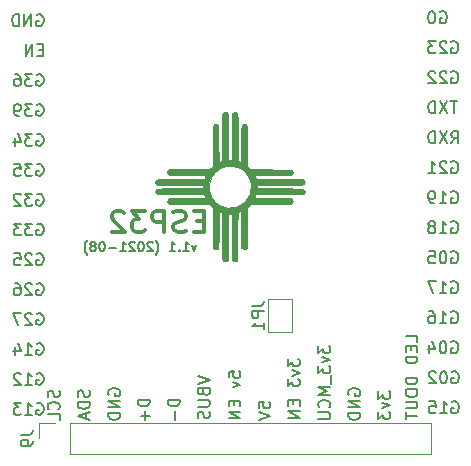
<source format=gbo>
G04 #@! TF.GenerationSoftware,KiCad,Pcbnew,(5.1.8)-1*
G04 #@! TF.CreationDate,2022-05-07T10:28:52+02:00*
G04 #@! TF.ProjectId,SuperPower-uC-KiCad,53757065-7250-46f7-9765-722d75432d4b,rev?*
G04 #@! TF.SameCoordinates,Original*
G04 #@! TF.FileFunction,Legend,Bot*
G04 #@! TF.FilePolarity,Positive*
%FSLAX46Y46*%
G04 Gerber Fmt 4.6, Leading zero omitted, Abs format (unit mm)*
G04 Created by KiCad (PCBNEW (5.1.8)-1) date 2022-05-07 10:28:52*
%MOMM*%
%LPD*%
G01*
G04 APERTURE LIST*
%ADD10C,0.350000*%
%ADD11C,0.150000*%
%ADD12C,0.120000*%
%ADD13C,0.010000*%
%ADD14R,1.500000X1.000000*%
%ADD15C,2.700000*%
%ADD16O,1.700000X1.700000*%
%ADD17R,1.700000X1.700000*%
G04 APERTURE END LIST*
D10*
X145817742Y-98684571D02*
X145217742Y-98684571D01*
X144960600Y-99575047D02*
X145817742Y-99575047D01*
X145817742Y-97875047D01*
X144960600Y-97875047D01*
X144274885Y-99494095D02*
X144017742Y-99575047D01*
X143589171Y-99575047D01*
X143417742Y-99494095D01*
X143332028Y-99413142D01*
X143246314Y-99251238D01*
X143246314Y-99089333D01*
X143332028Y-98927428D01*
X143417742Y-98846476D01*
X143589171Y-98765523D01*
X143932028Y-98684571D01*
X144103457Y-98603619D01*
X144189171Y-98522666D01*
X144274885Y-98360761D01*
X144274885Y-98198857D01*
X144189171Y-98036952D01*
X144103457Y-97956000D01*
X143932028Y-97875047D01*
X143503457Y-97875047D01*
X143246314Y-97956000D01*
X142474885Y-99575047D02*
X142474885Y-97875047D01*
X141789171Y-97875047D01*
X141617742Y-97956000D01*
X141532028Y-98036952D01*
X141446314Y-98198857D01*
X141446314Y-98441714D01*
X141532028Y-98603619D01*
X141617742Y-98684571D01*
X141789171Y-98765523D01*
X142474885Y-98765523D01*
X140846314Y-97875047D02*
X139732028Y-97875047D01*
X140332028Y-98522666D01*
X140074885Y-98522666D01*
X139903457Y-98603619D01*
X139817742Y-98684571D01*
X139732028Y-98846476D01*
X139732028Y-99251238D01*
X139817742Y-99413142D01*
X139903457Y-99494095D01*
X140074885Y-99575047D01*
X140589171Y-99575047D01*
X140760600Y-99494095D01*
X140846314Y-99413142D01*
X139046314Y-98036952D02*
X138960600Y-97956000D01*
X138789171Y-97875047D01*
X138360600Y-97875047D01*
X138189171Y-97956000D01*
X138103457Y-98036952D01*
X138017742Y-98198857D01*
X138017742Y-98360761D01*
X138103457Y-98603619D01*
X139132028Y-99575047D01*
X138017742Y-99575047D01*
D11*
X165822285Y-80983200D02*
X165917523Y-80935580D01*
X166060380Y-80935580D01*
X166203238Y-80983200D01*
X166298476Y-81078438D01*
X166346095Y-81173676D01*
X166393714Y-81364152D01*
X166393714Y-81507009D01*
X166346095Y-81697485D01*
X166298476Y-81792723D01*
X166203238Y-81887961D01*
X166060380Y-81935580D01*
X165965142Y-81935580D01*
X165822285Y-81887961D01*
X165774666Y-81840342D01*
X165774666Y-81507009D01*
X165965142Y-81507009D01*
X165155619Y-80935580D02*
X165060380Y-80935580D01*
X164965142Y-80983200D01*
X164917523Y-81030819D01*
X164869904Y-81126057D01*
X164822285Y-81316533D01*
X164822285Y-81554628D01*
X164869904Y-81745104D01*
X164917523Y-81840342D01*
X164965142Y-81887961D01*
X165060380Y-81935580D01*
X165155619Y-81935580D01*
X165250857Y-81887961D01*
X165298476Y-81840342D01*
X165346095Y-81745104D01*
X165393714Y-81554628D01*
X165393714Y-81316533D01*
X165346095Y-81126057D01*
X165298476Y-81030819D01*
X165250857Y-80983200D01*
X165155619Y-80935580D01*
X166774666Y-83523200D02*
X166869904Y-83475580D01*
X167012761Y-83475580D01*
X167155618Y-83523200D01*
X167250856Y-83618438D01*
X167298475Y-83713676D01*
X167346094Y-83904152D01*
X167346094Y-84047009D01*
X167298475Y-84237485D01*
X167250856Y-84332723D01*
X167155618Y-84427961D01*
X167012761Y-84475580D01*
X166917523Y-84475580D01*
X166774666Y-84427961D01*
X166727047Y-84380342D01*
X166727047Y-84047009D01*
X166917523Y-84047009D01*
X166346094Y-83570819D02*
X166298475Y-83523200D01*
X166203237Y-83475580D01*
X165965142Y-83475580D01*
X165869904Y-83523200D01*
X165822285Y-83570819D01*
X165774666Y-83666057D01*
X165774666Y-83761295D01*
X165822285Y-83904152D01*
X166393713Y-84475580D01*
X165774666Y-84475580D01*
X165441332Y-83475580D02*
X164822285Y-83475580D01*
X165155618Y-83856533D01*
X165012761Y-83856533D01*
X164917523Y-83904152D01*
X164869904Y-83951771D01*
X164822285Y-84047009D01*
X164822285Y-84285104D01*
X164869904Y-84380342D01*
X164917523Y-84427961D01*
X165012761Y-84475580D01*
X165298475Y-84475580D01*
X165393713Y-84427961D01*
X165441332Y-84380342D01*
X167250856Y-88555580D02*
X166679428Y-88555580D01*
X166965142Y-89555580D02*
X166965142Y-88555580D01*
X166441332Y-88555580D02*
X165774666Y-89555580D01*
X165774666Y-88555580D02*
X166441332Y-89555580D01*
X165393713Y-89555580D02*
X165393713Y-88555580D01*
X165155618Y-88555580D01*
X165012761Y-88603200D01*
X164917523Y-88698438D01*
X164869904Y-88793676D01*
X164822285Y-88984152D01*
X164822285Y-89127009D01*
X164869904Y-89317485D01*
X164917523Y-89412723D01*
X165012761Y-89507961D01*
X165155618Y-89555580D01*
X165393713Y-89555580D01*
X166774666Y-86063200D02*
X166869904Y-86015580D01*
X167012761Y-86015580D01*
X167155618Y-86063200D01*
X167250856Y-86158438D01*
X167298475Y-86253676D01*
X167346094Y-86444152D01*
X167346094Y-86587009D01*
X167298475Y-86777485D01*
X167250856Y-86872723D01*
X167155618Y-86967961D01*
X167012761Y-87015580D01*
X166917523Y-87015580D01*
X166774666Y-86967961D01*
X166727047Y-86920342D01*
X166727047Y-86587009D01*
X166917523Y-86587009D01*
X166346094Y-86110819D02*
X166298475Y-86063200D01*
X166203237Y-86015580D01*
X165965142Y-86015580D01*
X165869904Y-86063200D01*
X165822285Y-86110819D01*
X165774666Y-86206057D01*
X165774666Y-86301295D01*
X165822285Y-86444152D01*
X166393713Y-87015580D01*
X165774666Y-87015580D01*
X165393713Y-86110819D02*
X165346094Y-86063200D01*
X165250856Y-86015580D01*
X165012761Y-86015580D01*
X164917523Y-86063200D01*
X164869904Y-86110819D01*
X164822285Y-86206057D01*
X164822285Y-86301295D01*
X164869904Y-86444152D01*
X165441332Y-87015580D01*
X164822285Y-87015580D01*
X166774666Y-92095580D02*
X167108000Y-91619390D01*
X167346095Y-92095580D02*
X167346095Y-91095580D01*
X166965142Y-91095580D01*
X166869904Y-91143200D01*
X166822285Y-91190819D01*
X166774666Y-91286057D01*
X166774666Y-91428914D01*
X166822285Y-91524152D01*
X166869904Y-91571771D01*
X166965142Y-91619390D01*
X167346095Y-91619390D01*
X166441333Y-91095580D02*
X165774666Y-92095580D01*
X165774666Y-91095580D02*
X166441333Y-92095580D01*
X165393714Y-92095580D02*
X165393714Y-91095580D01*
X165155619Y-91095580D01*
X165012761Y-91143200D01*
X164917523Y-91238438D01*
X164869904Y-91333676D01*
X164822285Y-91524152D01*
X164822285Y-91667009D01*
X164869904Y-91857485D01*
X164917523Y-91952723D01*
X165012761Y-92047961D01*
X165155619Y-92095580D01*
X165393714Y-92095580D01*
X166774666Y-93683200D02*
X166869904Y-93635580D01*
X167012761Y-93635580D01*
X167155618Y-93683200D01*
X167250856Y-93778438D01*
X167298475Y-93873676D01*
X167346094Y-94064152D01*
X167346094Y-94207009D01*
X167298475Y-94397485D01*
X167250856Y-94492723D01*
X167155618Y-94587961D01*
X167012761Y-94635580D01*
X166917523Y-94635580D01*
X166774666Y-94587961D01*
X166727047Y-94540342D01*
X166727047Y-94207009D01*
X166917523Y-94207009D01*
X166346094Y-93730819D02*
X166298475Y-93683200D01*
X166203237Y-93635580D01*
X165965142Y-93635580D01*
X165869904Y-93683200D01*
X165822285Y-93730819D01*
X165774666Y-93826057D01*
X165774666Y-93921295D01*
X165822285Y-94064152D01*
X166393713Y-94635580D01*
X165774666Y-94635580D01*
X164822285Y-94635580D02*
X165393713Y-94635580D01*
X165107999Y-94635580D02*
X165107999Y-93635580D01*
X165203237Y-93778438D01*
X165298475Y-93873676D01*
X165393713Y-93921295D01*
X166774666Y-96223200D02*
X166869904Y-96175580D01*
X167012761Y-96175580D01*
X167155618Y-96223200D01*
X167250856Y-96318438D01*
X167298475Y-96413676D01*
X167346094Y-96604152D01*
X167346094Y-96747009D01*
X167298475Y-96937485D01*
X167250856Y-97032723D01*
X167155618Y-97127961D01*
X167012761Y-97175580D01*
X166917523Y-97175580D01*
X166774666Y-97127961D01*
X166727047Y-97080342D01*
X166727047Y-96747009D01*
X166917523Y-96747009D01*
X165774666Y-97175580D02*
X166346094Y-97175580D01*
X166060380Y-97175580D02*
X166060380Y-96175580D01*
X166155618Y-96318438D01*
X166250856Y-96413676D01*
X166346094Y-96461295D01*
X165298475Y-97175580D02*
X165107999Y-97175580D01*
X165012761Y-97127961D01*
X164965142Y-97080342D01*
X164869904Y-96937485D01*
X164822285Y-96747009D01*
X164822285Y-96366057D01*
X164869904Y-96270819D01*
X164917523Y-96223200D01*
X165012761Y-96175580D01*
X165203237Y-96175580D01*
X165298475Y-96223200D01*
X165346094Y-96270819D01*
X165393713Y-96366057D01*
X165393713Y-96604152D01*
X165346094Y-96699390D01*
X165298475Y-96747009D01*
X165203237Y-96794628D01*
X165012761Y-96794628D01*
X164917523Y-96747009D01*
X164869904Y-96699390D01*
X164822285Y-96604152D01*
X166774666Y-98763200D02*
X166869904Y-98715580D01*
X167012761Y-98715580D01*
X167155618Y-98763200D01*
X167250856Y-98858438D01*
X167298475Y-98953676D01*
X167346094Y-99144152D01*
X167346094Y-99287009D01*
X167298475Y-99477485D01*
X167250856Y-99572723D01*
X167155618Y-99667961D01*
X167012761Y-99715580D01*
X166917523Y-99715580D01*
X166774666Y-99667961D01*
X166727047Y-99620342D01*
X166727047Y-99287009D01*
X166917523Y-99287009D01*
X165774666Y-99715580D02*
X166346094Y-99715580D01*
X166060380Y-99715580D02*
X166060380Y-98715580D01*
X166155618Y-98858438D01*
X166250856Y-98953676D01*
X166346094Y-99001295D01*
X165203237Y-99144152D02*
X165298475Y-99096533D01*
X165346094Y-99048914D01*
X165393713Y-98953676D01*
X165393713Y-98906057D01*
X165346094Y-98810819D01*
X165298475Y-98763200D01*
X165203237Y-98715580D01*
X165012761Y-98715580D01*
X164917523Y-98763200D01*
X164869904Y-98810819D01*
X164822285Y-98906057D01*
X164822285Y-98953676D01*
X164869904Y-99048914D01*
X164917523Y-99096533D01*
X165012761Y-99144152D01*
X165203237Y-99144152D01*
X165298475Y-99191771D01*
X165346094Y-99239390D01*
X165393713Y-99334628D01*
X165393713Y-99525104D01*
X165346094Y-99620342D01*
X165298475Y-99667961D01*
X165203237Y-99715580D01*
X165012761Y-99715580D01*
X164917523Y-99667961D01*
X164869904Y-99620342D01*
X164822285Y-99525104D01*
X164822285Y-99334628D01*
X164869904Y-99239390D01*
X164917523Y-99191771D01*
X165012761Y-99144152D01*
X166774666Y-101303200D02*
X166869904Y-101255580D01*
X167012761Y-101255580D01*
X167155618Y-101303200D01*
X167250856Y-101398438D01*
X167298475Y-101493676D01*
X167346094Y-101684152D01*
X167346094Y-101827009D01*
X167298475Y-102017485D01*
X167250856Y-102112723D01*
X167155618Y-102207961D01*
X167012761Y-102255580D01*
X166917523Y-102255580D01*
X166774666Y-102207961D01*
X166727047Y-102160342D01*
X166727047Y-101827009D01*
X166917523Y-101827009D01*
X166107999Y-101255580D02*
X166012761Y-101255580D01*
X165917523Y-101303200D01*
X165869904Y-101350819D01*
X165822285Y-101446057D01*
X165774666Y-101636533D01*
X165774666Y-101874628D01*
X165822285Y-102065104D01*
X165869904Y-102160342D01*
X165917523Y-102207961D01*
X166012761Y-102255580D01*
X166107999Y-102255580D01*
X166203237Y-102207961D01*
X166250856Y-102160342D01*
X166298475Y-102065104D01*
X166346094Y-101874628D01*
X166346094Y-101636533D01*
X166298475Y-101446057D01*
X166250856Y-101350819D01*
X166203237Y-101303200D01*
X166107999Y-101255580D01*
X164869904Y-101255580D02*
X165346094Y-101255580D01*
X165393713Y-101731771D01*
X165346094Y-101684152D01*
X165250856Y-101636533D01*
X165012761Y-101636533D01*
X164917523Y-101684152D01*
X164869904Y-101731771D01*
X164822285Y-101827009D01*
X164822285Y-102065104D01*
X164869904Y-102160342D01*
X164917523Y-102207961D01*
X165012761Y-102255580D01*
X165250856Y-102255580D01*
X165346094Y-102207961D01*
X165393713Y-102160342D01*
X166774666Y-103843200D02*
X166869904Y-103795580D01*
X167012761Y-103795580D01*
X167155618Y-103843200D01*
X167250856Y-103938438D01*
X167298475Y-104033676D01*
X167346094Y-104224152D01*
X167346094Y-104367009D01*
X167298475Y-104557485D01*
X167250856Y-104652723D01*
X167155618Y-104747961D01*
X167012761Y-104795580D01*
X166917523Y-104795580D01*
X166774666Y-104747961D01*
X166727047Y-104700342D01*
X166727047Y-104367009D01*
X166917523Y-104367009D01*
X165774666Y-104795580D02*
X166346094Y-104795580D01*
X166060380Y-104795580D02*
X166060380Y-103795580D01*
X166155618Y-103938438D01*
X166250856Y-104033676D01*
X166346094Y-104081295D01*
X165441332Y-103795580D02*
X164774666Y-103795580D01*
X165203237Y-104795580D01*
X166774666Y-106383200D02*
X166869904Y-106335580D01*
X167012761Y-106335580D01*
X167155618Y-106383200D01*
X167250856Y-106478438D01*
X167298475Y-106573676D01*
X167346094Y-106764152D01*
X167346094Y-106907009D01*
X167298475Y-107097485D01*
X167250856Y-107192723D01*
X167155618Y-107287961D01*
X167012761Y-107335580D01*
X166917523Y-107335580D01*
X166774666Y-107287961D01*
X166727047Y-107240342D01*
X166727047Y-106907009D01*
X166917523Y-106907009D01*
X165774666Y-107335580D02*
X166346094Y-107335580D01*
X166060380Y-107335580D02*
X166060380Y-106335580D01*
X166155618Y-106478438D01*
X166250856Y-106573676D01*
X166346094Y-106621295D01*
X164917523Y-106335580D02*
X165107999Y-106335580D01*
X165203237Y-106383200D01*
X165250856Y-106430819D01*
X165346094Y-106573676D01*
X165393713Y-106764152D01*
X165393713Y-107145104D01*
X165346094Y-107240342D01*
X165298475Y-107287961D01*
X165203237Y-107335580D01*
X165012761Y-107335580D01*
X164917523Y-107287961D01*
X164869904Y-107240342D01*
X164822285Y-107145104D01*
X164822285Y-106907009D01*
X164869904Y-106811771D01*
X164917523Y-106764152D01*
X165012761Y-106716533D01*
X165203237Y-106716533D01*
X165298475Y-106764152D01*
X165346094Y-106811771D01*
X165393713Y-106907009D01*
X166774666Y-108923200D02*
X166869904Y-108875580D01*
X167012761Y-108875580D01*
X167155618Y-108923200D01*
X167250856Y-109018438D01*
X167298475Y-109113676D01*
X167346094Y-109304152D01*
X167346094Y-109447009D01*
X167298475Y-109637485D01*
X167250856Y-109732723D01*
X167155618Y-109827961D01*
X167012761Y-109875580D01*
X166917523Y-109875580D01*
X166774666Y-109827961D01*
X166727047Y-109780342D01*
X166727047Y-109447009D01*
X166917523Y-109447009D01*
X166107999Y-108875580D02*
X166012761Y-108875580D01*
X165917523Y-108923200D01*
X165869904Y-108970819D01*
X165822285Y-109066057D01*
X165774666Y-109256533D01*
X165774666Y-109494628D01*
X165822285Y-109685104D01*
X165869904Y-109780342D01*
X165917523Y-109827961D01*
X166012761Y-109875580D01*
X166107999Y-109875580D01*
X166203237Y-109827961D01*
X166250856Y-109780342D01*
X166298475Y-109685104D01*
X166346094Y-109494628D01*
X166346094Y-109256533D01*
X166298475Y-109066057D01*
X166250856Y-108970819D01*
X166203237Y-108923200D01*
X166107999Y-108875580D01*
X164917523Y-109208914D02*
X164917523Y-109875580D01*
X165155618Y-108827961D02*
X165393713Y-109542247D01*
X164774666Y-109542247D01*
X131678276Y-86297660D02*
X131773514Y-86250040D01*
X131916371Y-86250040D01*
X132059228Y-86297660D01*
X132154466Y-86392898D01*
X132202085Y-86488136D01*
X132249704Y-86678612D01*
X132249704Y-86821469D01*
X132202085Y-87011945D01*
X132154466Y-87107183D01*
X132059228Y-87202421D01*
X131916371Y-87250040D01*
X131821133Y-87250040D01*
X131678276Y-87202421D01*
X131630657Y-87154802D01*
X131630657Y-86821469D01*
X131821133Y-86821469D01*
X131297323Y-86250040D02*
X130678276Y-86250040D01*
X131011609Y-86630993D01*
X130868752Y-86630993D01*
X130773514Y-86678612D01*
X130725895Y-86726231D01*
X130678276Y-86821469D01*
X130678276Y-87059564D01*
X130725895Y-87154802D01*
X130773514Y-87202421D01*
X130868752Y-87250040D01*
X131154466Y-87250040D01*
X131249704Y-87202421D01*
X131297323Y-87154802D01*
X129821133Y-86250040D02*
X130011609Y-86250040D01*
X130106847Y-86297660D01*
X130154466Y-86345279D01*
X130249704Y-86488136D01*
X130297323Y-86678612D01*
X130297323Y-87059564D01*
X130249704Y-87154802D01*
X130202085Y-87202421D01*
X130106847Y-87250040D01*
X129916371Y-87250040D01*
X129821133Y-87202421D01*
X129773514Y-87154802D01*
X129725895Y-87059564D01*
X129725895Y-86821469D01*
X129773514Y-86726231D01*
X129821133Y-86678612D01*
X129916371Y-86630993D01*
X130106847Y-86630993D01*
X130202085Y-86678612D01*
X130249704Y-86726231D01*
X130297323Y-86821469D01*
X131678276Y-88827890D02*
X131773514Y-88780270D01*
X131916371Y-88780270D01*
X132059228Y-88827890D01*
X132154466Y-88923128D01*
X132202085Y-89018366D01*
X132249704Y-89208842D01*
X132249704Y-89351699D01*
X132202085Y-89542175D01*
X132154466Y-89637413D01*
X132059228Y-89732651D01*
X131916371Y-89780270D01*
X131821133Y-89780270D01*
X131678276Y-89732651D01*
X131630657Y-89685032D01*
X131630657Y-89351699D01*
X131821133Y-89351699D01*
X131297323Y-88780270D02*
X130678276Y-88780270D01*
X131011609Y-89161223D01*
X130868752Y-89161223D01*
X130773514Y-89208842D01*
X130725895Y-89256461D01*
X130678276Y-89351699D01*
X130678276Y-89589794D01*
X130725895Y-89685032D01*
X130773514Y-89732651D01*
X130868752Y-89780270D01*
X131154466Y-89780270D01*
X131249704Y-89732651D01*
X131297323Y-89685032D01*
X130202085Y-89780270D02*
X130011609Y-89780270D01*
X129916371Y-89732651D01*
X129868752Y-89685032D01*
X129773514Y-89542175D01*
X129725895Y-89351699D01*
X129725895Y-88970747D01*
X129773514Y-88875509D01*
X129821133Y-88827890D01*
X129916371Y-88780270D01*
X130106847Y-88780270D01*
X130202085Y-88827890D01*
X130249704Y-88875509D01*
X130297323Y-88970747D01*
X130297323Y-89208842D01*
X130249704Y-89304080D01*
X130202085Y-89351699D01*
X130106847Y-89399318D01*
X129916371Y-89399318D01*
X129821133Y-89351699D01*
X129773514Y-89304080D01*
X129725895Y-89208842D01*
X131678276Y-91358120D02*
X131773514Y-91310500D01*
X131916371Y-91310500D01*
X132059228Y-91358120D01*
X132154466Y-91453358D01*
X132202085Y-91548596D01*
X132249704Y-91739072D01*
X132249704Y-91881929D01*
X132202085Y-92072405D01*
X132154466Y-92167643D01*
X132059228Y-92262881D01*
X131916371Y-92310500D01*
X131821133Y-92310500D01*
X131678276Y-92262881D01*
X131630657Y-92215262D01*
X131630657Y-91881929D01*
X131821133Y-91881929D01*
X131297323Y-91310500D02*
X130678276Y-91310500D01*
X131011609Y-91691453D01*
X130868752Y-91691453D01*
X130773514Y-91739072D01*
X130725895Y-91786691D01*
X130678276Y-91881929D01*
X130678276Y-92120024D01*
X130725895Y-92215262D01*
X130773514Y-92262881D01*
X130868752Y-92310500D01*
X131154466Y-92310500D01*
X131249704Y-92262881D01*
X131297323Y-92215262D01*
X129821133Y-91643834D02*
X129821133Y-92310500D01*
X130059228Y-91262881D02*
X130297323Y-91977167D01*
X129678276Y-91977167D01*
X145168024Y-100702131D02*
X144977548Y-101235464D01*
X144787072Y-100702131D01*
X144063262Y-101235464D02*
X144520405Y-101235464D01*
X144291834Y-101235464D02*
X144291834Y-100435464D01*
X144368024Y-100549750D01*
X144444215Y-100625940D01*
X144520405Y-100664036D01*
X143720405Y-101159274D02*
X143682310Y-101197369D01*
X143720405Y-101235464D01*
X143758500Y-101197369D01*
X143720405Y-101159274D01*
X143720405Y-101235464D01*
X142920405Y-101235464D02*
X143377548Y-101235464D01*
X143148977Y-101235464D02*
X143148977Y-100435464D01*
X143225167Y-100549750D01*
X143301358Y-100625940D01*
X143377548Y-100664036D01*
X141739453Y-101540226D02*
X141777548Y-101502131D01*
X141853739Y-101387845D01*
X141891834Y-101311655D01*
X141929929Y-101197369D01*
X141968024Y-101006893D01*
X141968024Y-100854512D01*
X141929929Y-100664036D01*
X141891834Y-100549750D01*
X141853739Y-100473560D01*
X141777548Y-100359274D01*
X141739453Y-100321179D01*
X141472786Y-100511655D02*
X141434691Y-100473560D01*
X141358500Y-100435464D01*
X141168024Y-100435464D01*
X141091834Y-100473560D01*
X141053739Y-100511655D01*
X141015643Y-100587845D01*
X141015643Y-100664036D01*
X141053739Y-100778321D01*
X141510881Y-101235464D01*
X141015643Y-101235464D01*
X140520405Y-100435464D02*
X140444215Y-100435464D01*
X140368024Y-100473560D01*
X140329929Y-100511655D01*
X140291834Y-100587845D01*
X140253739Y-100740226D01*
X140253739Y-100930702D01*
X140291834Y-101083083D01*
X140329929Y-101159274D01*
X140368024Y-101197369D01*
X140444215Y-101235464D01*
X140520405Y-101235464D01*
X140596596Y-101197369D01*
X140634691Y-101159274D01*
X140672786Y-101083083D01*
X140710881Y-100930702D01*
X140710881Y-100740226D01*
X140672786Y-100587845D01*
X140634691Y-100511655D01*
X140596596Y-100473560D01*
X140520405Y-100435464D01*
X139948977Y-100511655D02*
X139910881Y-100473560D01*
X139834691Y-100435464D01*
X139644215Y-100435464D01*
X139568024Y-100473560D01*
X139529929Y-100511655D01*
X139491834Y-100587845D01*
X139491834Y-100664036D01*
X139529929Y-100778321D01*
X139987072Y-101235464D01*
X139491834Y-101235464D01*
X138729929Y-101235464D02*
X139187072Y-101235464D01*
X138958500Y-101235464D02*
X138958500Y-100435464D01*
X139034691Y-100549750D01*
X139110881Y-100625940D01*
X139187072Y-100664036D01*
X138387072Y-100930702D02*
X137777548Y-100930702D01*
X137244215Y-100435464D02*
X137168024Y-100435464D01*
X137091834Y-100473560D01*
X137053739Y-100511655D01*
X137015643Y-100587845D01*
X136977548Y-100740226D01*
X136977548Y-100930702D01*
X137015643Y-101083083D01*
X137053739Y-101159274D01*
X137091834Y-101197369D01*
X137168024Y-101235464D01*
X137244215Y-101235464D01*
X137320405Y-101197369D01*
X137358500Y-101159274D01*
X137396596Y-101083083D01*
X137434691Y-100930702D01*
X137434691Y-100740226D01*
X137396596Y-100587845D01*
X137358500Y-100511655D01*
X137320405Y-100473560D01*
X137244215Y-100435464D01*
X136520405Y-100778321D02*
X136596596Y-100740226D01*
X136634691Y-100702131D01*
X136672786Y-100625940D01*
X136672786Y-100587845D01*
X136634691Y-100511655D01*
X136596596Y-100473560D01*
X136520405Y-100435464D01*
X136368024Y-100435464D01*
X136291834Y-100473560D01*
X136253739Y-100511655D01*
X136215643Y-100587845D01*
X136215643Y-100625940D01*
X136253739Y-100702131D01*
X136291834Y-100740226D01*
X136368024Y-100778321D01*
X136520405Y-100778321D01*
X136596596Y-100816417D01*
X136634691Y-100854512D01*
X136672786Y-100930702D01*
X136672786Y-101083083D01*
X136634691Y-101159274D01*
X136596596Y-101197369D01*
X136520405Y-101235464D01*
X136368024Y-101235464D01*
X136291834Y-101197369D01*
X136253739Y-101159274D01*
X136215643Y-101083083D01*
X136215643Y-100930702D01*
X136253739Y-100854512D01*
X136291834Y-100816417D01*
X136368024Y-100778321D01*
X135948977Y-101540226D02*
X135910881Y-101502131D01*
X135834691Y-101387845D01*
X135796596Y-101311655D01*
X135758500Y-101197369D01*
X135720405Y-101006893D01*
X135720405Y-100854512D01*
X135758500Y-100664036D01*
X135796596Y-100549750D01*
X135834691Y-100473560D01*
X135910881Y-100359274D01*
X135948977Y-100321179D01*
X163901380Y-108934619D02*
X163901380Y-108458428D01*
X162901380Y-108458428D01*
X163377571Y-109267952D02*
X163377571Y-109601285D01*
X163901380Y-109744142D02*
X163901380Y-109267952D01*
X162901380Y-109267952D01*
X162901380Y-109744142D01*
X163901380Y-110172714D02*
X162901380Y-110172714D01*
X162901380Y-110410809D01*
X162949000Y-110553666D01*
X163044238Y-110648904D01*
X163139476Y-110696523D01*
X163329952Y-110744142D01*
X163472809Y-110744142D01*
X163663285Y-110696523D01*
X163758523Y-110648904D01*
X163853761Y-110553666D01*
X163901380Y-110410809D01*
X163901380Y-110172714D01*
X163901380Y-111934619D02*
X162901380Y-111934619D01*
X162901380Y-112172714D01*
X162949000Y-112315571D01*
X163044238Y-112410809D01*
X163139476Y-112458428D01*
X163329952Y-112506047D01*
X163472809Y-112506047D01*
X163663285Y-112458428D01*
X163758523Y-112410809D01*
X163853761Y-112315571D01*
X163901380Y-112172714D01*
X163901380Y-111934619D01*
X162901380Y-113125095D02*
X162901380Y-113315571D01*
X162949000Y-113410809D01*
X163044238Y-113506047D01*
X163234714Y-113553666D01*
X163568047Y-113553666D01*
X163758523Y-113506047D01*
X163853761Y-113410809D01*
X163901380Y-113315571D01*
X163901380Y-113125095D01*
X163853761Y-113029857D01*
X163758523Y-112934619D01*
X163568047Y-112887000D01*
X163234714Y-112887000D01*
X163044238Y-112934619D01*
X162949000Y-113029857D01*
X162901380Y-113125095D01*
X162901380Y-113982238D02*
X163710904Y-113982238D01*
X163806142Y-114029857D01*
X163853761Y-114077476D01*
X163901380Y-114172714D01*
X163901380Y-114363190D01*
X163853761Y-114458428D01*
X163806142Y-114506047D01*
X163710904Y-114553666D01*
X162901380Y-114553666D01*
X162901380Y-114887000D02*
X162901380Y-115458428D01*
X163901380Y-115172714D02*
X162901380Y-115172714D01*
X155509980Y-109228333D02*
X155509980Y-109847380D01*
X155890933Y-109514047D01*
X155890933Y-109656904D01*
X155938552Y-109752142D01*
X155986171Y-109799761D01*
X156081409Y-109847380D01*
X156319504Y-109847380D01*
X156414742Y-109799761D01*
X156462361Y-109752142D01*
X156509980Y-109656904D01*
X156509980Y-109371190D01*
X156462361Y-109275952D01*
X156414742Y-109228333D01*
X155843314Y-110180714D02*
X156509980Y-110418809D01*
X155843314Y-110656904D01*
X155509980Y-110942619D02*
X155509980Y-111561666D01*
X155890933Y-111228333D01*
X155890933Y-111371190D01*
X155938552Y-111466428D01*
X155986171Y-111514047D01*
X156081409Y-111561666D01*
X156319504Y-111561666D01*
X156414742Y-111514047D01*
X156462361Y-111466428D01*
X156509980Y-111371190D01*
X156509980Y-111085476D01*
X156462361Y-110990238D01*
X156414742Y-110942619D01*
X156605219Y-111752142D02*
X156605219Y-112514047D01*
X156509980Y-112752142D02*
X155509980Y-112752142D01*
X156224266Y-113085476D01*
X155509980Y-113418809D01*
X156509980Y-113418809D01*
X156414742Y-114466428D02*
X156462361Y-114418809D01*
X156509980Y-114275952D01*
X156509980Y-114180714D01*
X156462361Y-114037857D01*
X156367123Y-113942619D01*
X156271885Y-113895000D01*
X156081409Y-113847380D01*
X155938552Y-113847380D01*
X155748076Y-113895000D01*
X155652838Y-113942619D01*
X155557600Y-114037857D01*
X155509980Y-114180714D01*
X155509980Y-114275952D01*
X155557600Y-114418809D01*
X155605219Y-114466428D01*
X155509980Y-114895000D02*
X156319504Y-114895000D01*
X156414742Y-114942619D01*
X156462361Y-114990238D01*
X156509980Y-115085476D01*
X156509980Y-115275952D01*
X156462361Y-115371190D01*
X156414742Y-115418809D01*
X156319504Y-115466428D01*
X155509980Y-115466428D01*
X160589980Y-113109523D02*
X160589980Y-113728571D01*
X160970933Y-113395238D01*
X160970933Y-113538095D01*
X161018552Y-113633333D01*
X161066171Y-113680952D01*
X161161409Y-113728571D01*
X161399504Y-113728571D01*
X161494742Y-113680952D01*
X161542361Y-113633333D01*
X161589980Y-113538095D01*
X161589980Y-113252380D01*
X161542361Y-113157142D01*
X161494742Y-113109523D01*
X160923314Y-114061904D02*
X161589980Y-114300000D01*
X160923314Y-114538095D01*
X160589980Y-114823809D02*
X160589980Y-115442857D01*
X160970933Y-115109523D01*
X160970933Y-115252380D01*
X161018552Y-115347619D01*
X161066171Y-115395238D01*
X161161409Y-115442857D01*
X161399504Y-115442857D01*
X161494742Y-115395238D01*
X161542361Y-115347619D01*
X161589980Y-115252380D01*
X161589980Y-114966666D01*
X161542361Y-114871428D01*
X161494742Y-114823809D01*
X152919180Y-110355380D02*
X152919180Y-110974428D01*
X153300133Y-110641095D01*
X153300133Y-110783952D01*
X153347752Y-110879190D01*
X153395371Y-110926809D01*
X153490609Y-110974428D01*
X153728704Y-110974428D01*
X153823942Y-110926809D01*
X153871561Y-110879190D01*
X153919180Y-110783952D01*
X153919180Y-110498238D01*
X153871561Y-110403000D01*
X153823942Y-110355380D01*
X153252514Y-111307761D02*
X153919180Y-111545857D01*
X153252514Y-111783952D01*
X152919180Y-112069666D02*
X152919180Y-112688714D01*
X153300133Y-112355380D01*
X153300133Y-112498238D01*
X153347752Y-112593476D01*
X153395371Y-112641095D01*
X153490609Y-112688714D01*
X153728704Y-112688714D01*
X153823942Y-112641095D01*
X153871561Y-112593476D01*
X153919180Y-112498238D01*
X153919180Y-112212523D01*
X153871561Y-112117285D01*
X153823942Y-112069666D01*
X153395371Y-113879190D02*
X153395371Y-114212523D01*
X153919180Y-114355380D02*
X153919180Y-113879190D01*
X152919180Y-113879190D01*
X152919180Y-114355380D01*
X153919180Y-114783952D02*
X152919180Y-114783952D01*
X153919180Y-115355380D01*
X152919180Y-115355380D01*
X147915380Y-111911000D02*
X147915380Y-111434809D01*
X148391571Y-111387190D01*
X148343952Y-111434809D01*
X148296333Y-111530047D01*
X148296333Y-111768142D01*
X148343952Y-111863380D01*
X148391571Y-111911000D01*
X148486809Y-111958619D01*
X148724904Y-111958619D01*
X148820142Y-111911000D01*
X148867761Y-111863380D01*
X148915380Y-111768142D01*
X148915380Y-111530047D01*
X148867761Y-111434809D01*
X148820142Y-111387190D01*
X148248714Y-112291952D02*
X148915380Y-112530047D01*
X148248714Y-112768142D01*
X148391571Y-113911000D02*
X148391571Y-114244333D01*
X148915380Y-114387190D02*
X148915380Y-113911000D01*
X147915380Y-113911000D01*
X147915380Y-114387190D01*
X148915380Y-114815761D02*
X147915380Y-114815761D01*
X148915380Y-115387190D01*
X147915380Y-115387190D01*
X145299180Y-111831666D02*
X146299180Y-112165000D01*
X145299180Y-112498333D01*
X145775371Y-113165000D02*
X145822990Y-113307857D01*
X145870609Y-113355476D01*
X145965847Y-113403095D01*
X146108704Y-113403095D01*
X146203942Y-113355476D01*
X146251561Y-113307857D01*
X146299180Y-113212619D01*
X146299180Y-112831666D01*
X145299180Y-112831666D01*
X145299180Y-113165000D01*
X145346800Y-113260238D01*
X145394419Y-113307857D01*
X145489657Y-113355476D01*
X145584895Y-113355476D01*
X145680133Y-113307857D01*
X145727752Y-113260238D01*
X145775371Y-113165000D01*
X145775371Y-112831666D01*
X145299180Y-113831666D02*
X146108704Y-113831666D01*
X146203942Y-113879285D01*
X146251561Y-113926904D01*
X146299180Y-114022142D01*
X146299180Y-114212619D01*
X146251561Y-114307857D01*
X146203942Y-114355476D01*
X146108704Y-114403095D01*
X145299180Y-114403095D01*
X146251561Y-114831666D02*
X146299180Y-114974523D01*
X146299180Y-115212619D01*
X146251561Y-115307857D01*
X146203942Y-115355476D01*
X146108704Y-115403095D01*
X146013466Y-115403095D01*
X145918228Y-115355476D01*
X145870609Y-115307857D01*
X145822990Y-115212619D01*
X145775371Y-115022142D01*
X145727752Y-114926904D01*
X145680133Y-114879285D01*
X145584895Y-114831666D01*
X145489657Y-114831666D01*
X145394419Y-114879285D01*
X145346800Y-114926904D01*
X145299180Y-115022142D01*
X145299180Y-115260238D01*
X145346800Y-115403095D01*
X150455380Y-114490523D02*
X150455380Y-114014333D01*
X150931571Y-113966714D01*
X150883952Y-114014333D01*
X150836333Y-114109571D01*
X150836333Y-114347666D01*
X150883952Y-114442904D01*
X150931571Y-114490523D01*
X151026809Y-114538142D01*
X151264904Y-114538142D01*
X151360142Y-114490523D01*
X151407761Y-114442904D01*
X151455380Y-114347666D01*
X151455380Y-114109571D01*
X151407761Y-114014333D01*
X151360142Y-113966714D01*
X150455380Y-114823857D02*
X151455380Y-115157190D01*
X150455380Y-115490523D01*
X143759180Y-113800047D02*
X142759180Y-113800047D01*
X142759180Y-114038142D01*
X142806800Y-114181000D01*
X142902038Y-114276238D01*
X142997276Y-114323857D01*
X143187752Y-114371476D01*
X143330609Y-114371476D01*
X143521085Y-114323857D01*
X143616323Y-114276238D01*
X143711561Y-114181000D01*
X143759180Y-114038142D01*
X143759180Y-113800047D01*
X143378228Y-114800047D02*
X143378228Y-115561952D01*
X141219180Y-113800047D02*
X140219180Y-113800047D01*
X140219180Y-114038142D01*
X140266800Y-114181000D01*
X140362038Y-114276238D01*
X140457276Y-114323857D01*
X140647752Y-114371476D01*
X140790609Y-114371476D01*
X140981085Y-114323857D01*
X141076323Y-114276238D01*
X141171561Y-114181000D01*
X141219180Y-114038142D01*
X141219180Y-113800047D01*
X140838228Y-114800047D02*
X140838228Y-115561952D01*
X141219180Y-115181000D02*
X140457276Y-115181000D01*
X136091561Y-113030142D02*
X136139180Y-113172999D01*
X136139180Y-113411094D01*
X136091561Y-113506332D01*
X136043942Y-113553951D01*
X135948704Y-113601570D01*
X135853466Y-113601570D01*
X135758228Y-113553951D01*
X135710609Y-113506332D01*
X135662990Y-113411094D01*
X135615371Y-113220618D01*
X135567752Y-113125380D01*
X135520133Y-113077761D01*
X135424895Y-113030142D01*
X135329657Y-113030142D01*
X135234419Y-113077761D01*
X135186800Y-113125380D01*
X135139180Y-113220618D01*
X135139180Y-113458713D01*
X135186800Y-113601570D01*
X136139180Y-114030142D02*
X135139180Y-114030142D01*
X135139180Y-114268237D01*
X135186800Y-114411094D01*
X135282038Y-114506332D01*
X135377276Y-114553951D01*
X135567752Y-114601570D01*
X135710609Y-114601570D01*
X135901085Y-114553951D01*
X135996323Y-114506332D01*
X136091561Y-114411094D01*
X136139180Y-114268237D01*
X136139180Y-114030142D01*
X135853466Y-114982523D02*
X135853466Y-115458713D01*
X136139180Y-114887285D02*
X135139180Y-115220618D01*
X136139180Y-115553951D01*
X133551561Y-113053951D02*
X133599180Y-113196808D01*
X133599180Y-113434904D01*
X133551561Y-113530142D01*
X133503942Y-113577761D01*
X133408704Y-113625380D01*
X133313466Y-113625380D01*
X133218228Y-113577761D01*
X133170609Y-113530142D01*
X133122990Y-113434904D01*
X133075371Y-113244428D01*
X133027752Y-113149189D01*
X132980133Y-113101570D01*
X132884895Y-113053951D01*
X132789657Y-113053951D01*
X132694419Y-113101570D01*
X132646800Y-113149189D01*
X132599180Y-113244428D01*
X132599180Y-113482523D01*
X132646800Y-113625380D01*
X133503942Y-114625380D02*
X133551561Y-114577761D01*
X133599180Y-114434904D01*
X133599180Y-114339666D01*
X133551561Y-114196808D01*
X133456323Y-114101570D01*
X133361085Y-114053951D01*
X133170609Y-114006332D01*
X133027752Y-114006332D01*
X132837276Y-114053951D01*
X132742038Y-114101570D01*
X132646800Y-114196808D01*
X132599180Y-114339666D01*
X132599180Y-114434904D01*
X132646800Y-114577761D01*
X132694419Y-114625380D01*
X133599180Y-115530142D02*
X133599180Y-115053951D01*
X132599180Y-115053951D01*
X158097600Y-113411095D02*
X158049980Y-113315857D01*
X158049980Y-113173000D01*
X158097600Y-113030142D01*
X158192838Y-112934904D01*
X158288076Y-112887285D01*
X158478552Y-112839666D01*
X158621409Y-112839666D01*
X158811885Y-112887285D01*
X158907123Y-112934904D01*
X159002361Y-113030142D01*
X159049980Y-113173000D01*
X159049980Y-113268238D01*
X159002361Y-113411095D01*
X158954742Y-113458714D01*
X158621409Y-113458714D01*
X158621409Y-113268238D01*
X159049980Y-113887285D02*
X158049980Y-113887285D01*
X159049980Y-114458714D01*
X158049980Y-114458714D01*
X159049980Y-114934904D02*
X158049980Y-114934904D01*
X158049980Y-115173000D01*
X158097600Y-115315857D01*
X158192838Y-115411095D01*
X158288076Y-115458714D01*
X158478552Y-115506333D01*
X158621409Y-115506333D01*
X158811885Y-115458714D01*
X158907123Y-115411095D01*
X159002361Y-115315857D01*
X159049980Y-115173000D01*
X159049980Y-114934904D01*
X137777600Y-113411095D02*
X137729980Y-113315857D01*
X137729980Y-113173000D01*
X137777600Y-113030142D01*
X137872838Y-112934904D01*
X137968076Y-112887285D01*
X138158552Y-112839666D01*
X138301409Y-112839666D01*
X138491885Y-112887285D01*
X138587123Y-112934904D01*
X138682361Y-113030142D01*
X138729980Y-113173000D01*
X138729980Y-113268238D01*
X138682361Y-113411095D01*
X138634742Y-113458714D01*
X138301409Y-113458714D01*
X138301409Y-113268238D01*
X138729980Y-113887285D02*
X137729980Y-113887285D01*
X138729980Y-114458714D01*
X137729980Y-114458714D01*
X138729980Y-114934904D02*
X137729980Y-114934904D01*
X137729980Y-115173000D01*
X137777600Y-115315857D01*
X137872838Y-115411095D01*
X137968076Y-115458714D01*
X138158552Y-115506333D01*
X138301409Y-115506333D01*
X138491885Y-115458714D01*
X138587123Y-115411095D01*
X138682361Y-115315857D01*
X138729980Y-115173000D01*
X138729980Y-114934904D01*
X131678276Y-81237200D02*
X131773514Y-81189580D01*
X131916372Y-81189580D01*
X132059229Y-81237200D01*
X132154467Y-81332438D01*
X132202086Y-81427676D01*
X132249705Y-81618152D01*
X132249705Y-81761009D01*
X132202086Y-81951485D01*
X132154467Y-82046723D01*
X132059229Y-82141961D01*
X131916372Y-82189580D01*
X131821133Y-82189580D01*
X131678276Y-82141961D01*
X131630657Y-82094342D01*
X131630657Y-81761009D01*
X131821133Y-81761009D01*
X131202086Y-82189580D02*
X131202086Y-81189580D01*
X130630657Y-82189580D01*
X130630657Y-81189580D01*
X130154467Y-82189580D02*
X130154467Y-81189580D01*
X129916372Y-81189580D01*
X129773514Y-81237200D01*
X129678276Y-81332438D01*
X129630657Y-81427676D01*
X129583038Y-81618152D01*
X129583038Y-81761009D01*
X129630657Y-81951485D01*
X129678276Y-82046723D01*
X129773514Y-82141961D01*
X129916372Y-82189580D01*
X130154467Y-82189580D01*
X132202086Y-84196001D02*
X131868752Y-84196001D01*
X131725895Y-84719810D02*
X132202086Y-84719810D01*
X132202086Y-83719810D01*
X131725895Y-83719810D01*
X131297324Y-84719810D02*
X131297324Y-83719810D01*
X130725895Y-84719810D01*
X130725895Y-83719810D01*
X131678276Y-93888350D02*
X131773514Y-93840730D01*
X131916371Y-93840730D01*
X132059228Y-93888350D01*
X132154466Y-93983588D01*
X132202085Y-94078826D01*
X132249704Y-94269302D01*
X132249704Y-94412159D01*
X132202085Y-94602635D01*
X132154466Y-94697873D01*
X132059228Y-94793111D01*
X131916371Y-94840730D01*
X131821133Y-94840730D01*
X131678276Y-94793111D01*
X131630657Y-94745492D01*
X131630657Y-94412159D01*
X131821133Y-94412159D01*
X131297323Y-93840730D02*
X130678276Y-93840730D01*
X131011609Y-94221683D01*
X130868752Y-94221683D01*
X130773514Y-94269302D01*
X130725895Y-94316921D01*
X130678276Y-94412159D01*
X130678276Y-94650254D01*
X130725895Y-94745492D01*
X130773514Y-94793111D01*
X130868752Y-94840730D01*
X131154466Y-94840730D01*
X131249704Y-94793111D01*
X131297323Y-94745492D01*
X129773514Y-93840730D02*
X130249704Y-93840730D01*
X130297323Y-94316921D01*
X130249704Y-94269302D01*
X130154466Y-94221683D01*
X129916371Y-94221683D01*
X129821133Y-94269302D01*
X129773514Y-94316921D01*
X129725895Y-94412159D01*
X129725895Y-94650254D01*
X129773514Y-94745492D01*
X129821133Y-94793111D01*
X129916371Y-94840730D01*
X130154466Y-94840730D01*
X130249704Y-94793111D01*
X130297323Y-94745492D01*
X131678276Y-96418580D02*
X131773514Y-96370960D01*
X131916371Y-96370960D01*
X132059228Y-96418580D01*
X132154466Y-96513818D01*
X132202085Y-96609056D01*
X132249704Y-96799532D01*
X132249704Y-96942389D01*
X132202085Y-97132865D01*
X132154466Y-97228103D01*
X132059228Y-97323341D01*
X131916371Y-97370960D01*
X131821133Y-97370960D01*
X131678276Y-97323341D01*
X131630657Y-97275722D01*
X131630657Y-96942389D01*
X131821133Y-96942389D01*
X131297323Y-96370960D02*
X130678276Y-96370960D01*
X131011609Y-96751913D01*
X130868752Y-96751913D01*
X130773514Y-96799532D01*
X130725895Y-96847151D01*
X130678276Y-96942389D01*
X130678276Y-97180484D01*
X130725895Y-97275722D01*
X130773514Y-97323341D01*
X130868752Y-97370960D01*
X131154466Y-97370960D01*
X131249704Y-97323341D01*
X131297323Y-97275722D01*
X130297323Y-96466199D02*
X130249704Y-96418580D01*
X130154466Y-96370960D01*
X129916371Y-96370960D01*
X129821133Y-96418580D01*
X129773514Y-96466199D01*
X129725895Y-96561437D01*
X129725895Y-96656675D01*
X129773514Y-96799532D01*
X130344942Y-97370960D01*
X129725895Y-97370960D01*
X131678276Y-98948810D02*
X131773514Y-98901190D01*
X131916371Y-98901190D01*
X132059228Y-98948810D01*
X132154466Y-99044048D01*
X132202085Y-99139286D01*
X132249704Y-99329762D01*
X132249704Y-99472619D01*
X132202085Y-99663095D01*
X132154466Y-99758333D01*
X132059228Y-99853571D01*
X131916371Y-99901190D01*
X131821133Y-99901190D01*
X131678276Y-99853571D01*
X131630657Y-99805952D01*
X131630657Y-99472619D01*
X131821133Y-99472619D01*
X131297323Y-98901190D02*
X130678276Y-98901190D01*
X131011609Y-99282143D01*
X130868752Y-99282143D01*
X130773514Y-99329762D01*
X130725895Y-99377381D01*
X130678276Y-99472619D01*
X130678276Y-99710714D01*
X130725895Y-99805952D01*
X130773514Y-99853571D01*
X130868752Y-99901190D01*
X131154466Y-99901190D01*
X131249704Y-99853571D01*
X131297323Y-99805952D01*
X130344942Y-98901190D02*
X129725895Y-98901190D01*
X130059228Y-99282143D01*
X129916371Y-99282143D01*
X129821133Y-99329762D01*
X129773514Y-99377381D01*
X129725895Y-99472619D01*
X129725895Y-99710714D01*
X129773514Y-99805952D01*
X129821133Y-99853571D01*
X129916371Y-99901190D01*
X130202085Y-99901190D01*
X130297323Y-99853571D01*
X130344942Y-99805952D01*
X131678276Y-101479040D02*
X131773514Y-101431420D01*
X131916371Y-101431420D01*
X132059228Y-101479040D01*
X132154466Y-101574278D01*
X132202085Y-101669516D01*
X132249704Y-101859992D01*
X132249704Y-102002849D01*
X132202085Y-102193325D01*
X132154466Y-102288563D01*
X132059228Y-102383801D01*
X131916371Y-102431420D01*
X131821133Y-102431420D01*
X131678276Y-102383801D01*
X131630657Y-102336182D01*
X131630657Y-102002849D01*
X131821133Y-102002849D01*
X131249704Y-101526659D02*
X131202085Y-101479040D01*
X131106847Y-101431420D01*
X130868752Y-101431420D01*
X130773514Y-101479040D01*
X130725895Y-101526659D01*
X130678276Y-101621897D01*
X130678276Y-101717135D01*
X130725895Y-101859992D01*
X131297323Y-102431420D01*
X130678276Y-102431420D01*
X129773514Y-101431420D02*
X130249704Y-101431420D01*
X130297323Y-101907611D01*
X130249704Y-101859992D01*
X130154466Y-101812373D01*
X129916371Y-101812373D01*
X129821133Y-101859992D01*
X129773514Y-101907611D01*
X129725895Y-102002849D01*
X129725895Y-102240944D01*
X129773514Y-102336182D01*
X129821133Y-102383801D01*
X129916371Y-102431420D01*
X130154466Y-102431420D01*
X130249704Y-102383801D01*
X130297323Y-102336182D01*
X131678276Y-104009270D02*
X131773514Y-103961650D01*
X131916371Y-103961650D01*
X132059228Y-104009270D01*
X132154466Y-104104508D01*
X132202085Y-104199746D01*
X132249704Y-104390222D01*
X132249704Y-104533079D01*
X132202085Y-104723555D01*
X132154466Y-104818793D01*
X132059228Y-104914031D01*
X131916371Y-104961650D01*
X131821133Y-104961650D01*
X131678276Y-104914031D01*
X131630657Y-104866412D01*
X131630657Y-104533079D01*
X131821133Y-104533079D01*
X131249704Y-104056889D02*
X131202085Y-104009270D01*
X131106847Y-103961650D01*
X130868752Y-103961650D01*
X130773514Y-104009270D01*
X130725895Y-104056889D01*
X130678276Y-104152127D01*
X130678276Y-104247365D01*
X130725895Y-104390222D01*
X131297323Y-104961650D01*
X130678276Y-104961650D01*
X129821133Y-103961650D02*
X130011609Y-103961650D01*
X130106847Y-104009270D01*
X130154466Y-104056889D01*
X130249704Y-104199746D01*
X130297323Y-104390222D01*
X130297323Y-104771174D01*
X130249704Y-104866412D01*
X130202085Y-104914031D01*
X130106847Y-104961650D01*
X129916371Y-104961650D01*
X129821133Y-104914031D01*
X129773514Y-104866412D01*
X129725895Y-104771174D01*
X129725895Y-104533079D01*
X129773514Y-104437841D01*
X129821133Y-104390222D01*
X129916371Y-104342603D01*
X130106847Y-104342603D01*
X130202085Y-104390222D01*
X130249704Y-104437841D01*
X130297323Y-104533079D01*
X131678276Y-106539500D02*
X131773514Y-106491880D01*
X131916371Y-106491880D01*
X132059228Y-106539500D01*
X132154466Y-106634738D01*
X132202085Y-106729976D01*
X132249704Y-106920452D01*
X132249704Y-107063309D01*
X132202085Y-107253785D01*
X132154466Y-107349023D01*
X132059228Y-107444261D01*
X131916371Y-107491880D01*
X131821133Y-107491880D01*
X131678276Y-107444261D01*
X131630657Y-107396642D01*
X131630657Y-107063309D01*
X131821133Y-107063309D01*
X131249704Y-106587119D02*
X131202085Y-106539500D01*
X131106847Y-106491880D01*
X130868752Y-106491880D01*
X130773514Y-106539500D01*
X130725895Y-106587119D01*
X130678276Y-106682357D01*
X130678276Y-106777595D01*
X130725895Y-106920452D01*
X131297323Y-107491880D01*
X130678276Y-107491880D01*
X130344942Y-106491880D02*
X129678276Y-106491880D01*
X130106847Y-107491880D01*
X131678276Y-109069730D02*
X131773514Y-109022110D01*
X131916371Y-109022110D01*
X132059228Y-109069730D01*
X132154466Y-109164968D01*
X132202085Y-109260206D01*
X132249704Y-109450682D01*
X132249704Y-109593539D01*
X132202085Y-109784015D01*
X132154466Y-109879253D01*
X132059228Y-109974491D01*
X131916371Y-110022110D01*
X131821133Y-110022110D01*
X131678276Y-109974491D01*
X131630657Y-109926872D01*
X131630657Y-109593539D01*
X131821133Y-109593539D01*
X130678276Y-110022110D02*
X131249704Y-110022110D01*
X130963990Y-110022110D02*
X130963990Y-109022110D01*
X131059228Y-109164968D01*
X131154466Y-109260206D01*
X131249704Y-109307825D01*
X129821133Y-109355444D02*
X129821133Y-110022110D01*
X130059228Y-108974491D02*
X130297323Y-109688777D01*
X129678276Y-109688777D01*
X131678276Y-111599960D02*
X131773514Y-111552340D01*
X131916371Y-111552340D01*
X132059228Y-111599960D01*
X132154466Y-111695198D01*
X132202085Y-111790436D01*
X132249704Y-111980912D01*
X132249704Y-112123769D01*
X132202085Y-112314245D01*
X132154466Y-112409483D01*
X132059228Y-112504721D01*
X131916371Y-112552340D01*
X131821133Y-112552340D01*
X131678276Y-112504721D01*
X131630657Y-112457102D01*
X131630657Y-112123769D01*
X131821133Y-112123769D01*
X130678276Y-112552340D02*
X131249704Y-112552340D01*
X130963990Y-112552340D02*
X130963990Y-111552340D01*
X131059228Y-111695198D01*
X131154466Y-111790436D01*
X131249704Y-111838055D01*
X130297323Y-111647579D02*
X130249704Y-111599960D01*
X130154466Y-111552340D01*
X129916371Y-111552340D01*
X129821133Y-111599960D01*
X129773514Y-111647579D01*
X129725895Y-111742817D01*
X129725895Y-111838055D01*
X129773514Y-111980912D01*
X130344942Y-112552340D01*
X129725895Y-112552340D01*
X131678276Y-114130200D02*
X131773514Y-114082580D01*
X131916371Y-114082580D01*
X132059228Y-114130200D01*
X132154466Y-114225438D01*
X132202085Y-114320676D01*
X132249704Y-114511152D01*
X132249704Y-114654009D01*
X132202085Y-114844485D01*
X132154466Y-114939723D01*
X132059228Y-115034961D01*
X131916371Y-115082580D01*
X131821133Y-115082580D01*
X131678276Y-115034961D01*
X131630657Y-114987342D01*
X131630657Y-114654009D01*
X131821133Y-114654009D01*
X130678276Y-115082580D02*
X131249704Y-115082580D01*
X130963990Y-115082580D02*
X130963990Y-114082580D01*
X131059228Y-114225438D01*
X131154466Y-114320676D01*
X131249704Y-114368295D01*
X130344942Y-114082580D02*
X129725895Y-114082580D01*
X130059228Y-114463533D01*
X129916371Y-114463533D01*
X129821133Y-114511152D01*
X129773514Y-114558771D01*
X129725895Y-114654009D01*
X129725895Y-114892104D01*
X129773514Y-114987342D01*
X129821133Y-115034961D01*
X129916371Y-115082580D01*
X130202085Y-115082580D01*
X130297323Y-115034961D01*
X130344942Y-114987342D01*
X166825466Y-111463200D02*
X166920704Y-111415580D01*
X167063561Y-111415580D01*
X167206418Y-111463200D01*
X167301656Y-111558438D01*
X167349275Y-111653676D01*
X167396894Y-111844152D01*
X167396894Y-111987009D01*
X167349275Y-112177485D01*
X167301656Y-112272723D01*
X167206418Y-112367961D01*
X167063561Y-112415580D01*
X166968323Y-112415580D01*
X166825466Y-112367961D01*
X166777847Y-112320342D01*
X166777847Y-111987009D01*
X166968323Y-111987009D01*
X166158799Y-111415580D02*
X166063561Y-111415580D01*
X165968323Y-111463200D01*
X165920704Y-111510819D01*
X165873085Y-111606057D01*
X165825466Y-111796533D01*
X165825466Y-112034628D01*
X165873085Y-112225104D01*
X165920704Y-112320342D01*
X165968323Y-112367961D01*
X166063561Y-112415580D01*
X166158799Y-112415580D01*
X166254037Y-112367961D01*
X166301656Y-112320342D01*
X166349275Y-112225104D01*
X166396894Y-112034628D01*
X166396894Y-111796533D01*
X166349275Y-111606057D01*
X166301656Y-111510819D01*
X166254037Y-111463200D01*
X166158799Y-111415580D01*
X165444513Y-111510819D02*
X165396894Y-111463200D01*
X165301656Y-111415580D01*
X165063561Y-111415580D01*
X164968323Y-111463200D01*
X164920704Y-111510819D01*
X164873085Y-111606057D01*
X164873085Y-111701295D01*
X164920704Y-111844152D01*
X165492132Y-112415580D01*
X164873085Y-112415580D01*
X166825466Y-114003200D02*
X166920704Y-113955580D01*
X167063561Y-113955580D01*
X167206418Y-114003200D01*
X167301656Y-114098438D01*
X167349275Y-114193676D01*
X167396894Y-114384152D01*
X167396894Y-114527009D01*
X167349275Y-114717485D01*
X167301656Y-114812723D01*
X167206418Y-114907961D01*
X167063561Y-114955580D01*
X166968323Y-114955580D01*
X166825466Y-114907961D01*
X166777847Y-114860342D01*
X166777847Y-114527009D01*
X166968323Y-114527009D01*
X165825466Y-114955580D02*
X166396894Y-114955580D01*
X166111180Y-114955580D02*
X166111180Y-113955580D01*
X166206418Y-114098438D01*
X166301656Y-114193676D01*
X166396894Y-114241295D01*
X164920704Y-113955580D02*
X165396894Y-113955580D01*
X165444513Y-114431771D01*
X165396894Y-114384152D01*
X165301656Y-114336533D01*
X165063561Y-114336533D01*
X164968323Y-114384152D01*
X164920704Y-114431771D01*
X164873085Y-114527009D01*
X164873085Y-114765104D01*
X164920704Y-114860342D01*
X164968323Y-114907961D01*
X165063561Y-114955580D01*
X165301656Y-114955580D01*
X165396894Y-114907961D01*
X165444513Y-114860342D01*
D12*
X151247600Y-105295000D02*
X151247600Y-108095000D01*
X151247600Y-108095000D02*
X153247600Y-108095000D01*
X153247600Y-108095000D02*
X153247600Y-105295000D01*
X153247600Y-105295000D02*
X151247600Y-105295000D01*
X165007600Y-115764000D02*
X165007600Y-118424000D01*
X134467600Y-115764000D02*
X165007600Y-115764000D01*
X134467600Y-118424000D02*
X165007600Y-118424000D01*
X134467600Y-115764000D02*
X134467600Y-118424000D01*
X133197600Y-115764000D02*
X131867600Y-115764000D01*
X131867600Y-115764000D02*
X131867600Y-117094000D01*
D13*
G36*
X147524953Y-89478017D02*
G01*
X147449476Y-89530435D01*
X147378420Y-89591548D01*
X147371619Y-91584918D01*
X147370138Y-91968529D01*
X147368450Y-92304020D01*
X147366504Y-92594068D01*
X147364249Y-92841353D01*
X147361635Y-93048553D01*
X147358611Y-93218348D01*
X147355127Y-93353416D01*
X147351132Y-93456435D01*
X147346575Y-93530086D01*
X147341407Y-93577046D01*
X147335576Y-93599995D01*
X147333519Y-93602739D01*
X147287874Y-93628334D01*
X147226020Y-93653676D01*
X147156999Y-93678466D01*
X147105950Y-93697957D01*
X147096863Y-93699277D01*
X147089084Y-93692838D01*
X147082492Y-93674943D01*
X147076961Y-93641894D01*
X147072369Y-93589996D01*
X147068592Y-93515551D01*
X147065506Y-93414862D01*
X147062988Y-93284233D01*
X147060914Y-93119968D01*
X147059161Y-92918368D01*
X147057605Y-92675737D01*
X147056122Y-92388379D01*
X147055150Y-92178401D01*
X147053685Y-91860740D01*
X147052277Y-91589931D01*
X147050778Y-91362026D01*
X147049040Y-91173077D01*
X147046916Y-91019137D01*
X147044257Y-90896257D01*
X147040915Y-90800489D01*
X147036743Y-90727886D01*
X147031592Y-90674500D01*
X147025314Y-90636383D01*
X147017761Y-90609587D01*
X147008786Y-90590165D01*
X146998240Y-90574168D01*
X146994836Y-90569565D01*
X146913929Y-90495867D01*
X146820397Y-90469154D01*
X146721532Y-90491096D01*
X146700562Y-90502166D01*
X146635633Y-90551599D01*
X146588424Y-90607301D01*
X146585102Y-90613350D01*
X146578479Y-90638421D01*
X146572763Y-90687542D01*
X146567902Y-90763634D01*
X146563841Y-90869618D01*
X146560528Y-91008414D01*
X146557910Y-91182945D01*
X146555933Y-91396129D01*
X146554543Y-91650888D01*
X146553688Y-91950144D01*
X146553314Y-92296816D01*
X146553295Y-92356041D01*
X146552920Y-94036623D01*
X146407617Y-94178491D01*
X146262314Y-94320360D01*
X144564163Y-94320359D01*
X142866013Y-94320359D01*
X142791767Y-94394606D01*
X142729420Y-94486728D01*
X142716233Y-94584413D01*
X142752206Y-94680421D01*
X142791767Y-94728713D01*
X142866013Y-94802960D01*
X145948828Y-94802960D01*
X145931649Y-94871403D01*
X145909262Y-94944260D01*
X145879492Y-95023563D01*
X145879392Y-95023803D01*
X145844313Y-95107760D01*
X143931667Y-95108365D01*
X143610565Y-95108776D01*
X143305568Y-95109767D01*
X143020594Y-95111293D01*
X142759559Y-95113307D01*
X142526382Y-95115762D01*
X142324979Y-95118611D01*
X142159267Y-95121808D01*
X142033163Y-95125305D01*
X141950585Y-95129055D01*
X141917420Y-95132436D01*
X141812241Y-95177350D01*
X141740003Y-95249698D01*
X141704665Y-95339254D01*
X141710185Y-95435794D01*
X141760522Y-95529094D01*
X141762815Y-95531793D01*
X141824109Y-95603060D01*
X143782115Y-95609871D01*
X145740120Y-95616682D01*
X145740120Y-95920560D01*
X143847005Y-95920560D01*
X143480251Y-95920577D01*
X143160857Y-95920770D01*
X142885382Y-95921352D01*
X142650386Y-95922535D01*
X142452430Y-95924531D01*
X142288072Y-95927554D01*
X142153872Y-95931815D01*
X142046390Y-95937527D01*
X141962185Y-95944903D01*
X141897819Y-95954155D01*
X141849849Y-95965496D01*
X141814836Y-95979138D01*
X141789340Y-95995293D01*
X141769920Y-96014175D01*
X141753136Y-96035995D01*
X141742940Y-96050528D01*
X141705441Y-96145040D01*
X141711395Y-96247347D01*
X141759680Y-96340874D01*
X141762815Y-96344593D01*
X141824109Y-96415860D01*
X145838407Y-96429458D01*
X145890864Y-96569662D01*
X145918953Y-96646576D01*
X145937990Y-96702221D01*
X145943320Y-96721612D01*
X145918663Y-96723750D01*
X145847661Y-96725767D01*
X145734771Y-96727627D01*
X145584447Y-96729295D01*
X145401146Y-96730736D01*
X145189322Y-96731912D01*
X144953432Y-96732789D01*
X144697932Y-96733331D01*
X144463770Y-96733501D01*
X144132590Y-96733986D01*
X143834869Y-96735348D01*
X143573099Y-96737545D01*
X143349771Y-96740536D01*
X143167378Y-96744281D01*
X143028410Y-96748739D01*
X142935359Y-96753868D01*
X142891582Y-96759374D01*
X142800751Y-96808279D01*
X142740020Y-96888294D01*
X142714935Y-96986060D01*
X142731039Y-97088216D01*
X142743673Y-97115766D01*
X142757004Y-97139920D01*
X142771695Y-97160761D01*
X142791367Y-97178533D01*
X142819644Y-97193482D01*
X142860146Y-97205856D01*
X142916496Y-97215899D01*
X142992315Y-97223857D01*
X143091224Y-97229976D01*
X143216847Y-97234503D01*
X143372803Y-97237682D01*
X143562716Y-97239761D01*
X143790207Y-97240984D01*
X144058897Y-97241597D01*
X144372409Y-97241847D01*
X144602209Y-97241931D01*
X146286220Y-97242502D01*
X146421946Y-97378283D01*
X146557671Y-97514064D01*
X146554199Y-99192952D01*
X146553513Y-99537342D01*
X146553143Y-99834559D01*
X146553334Y-100088228D01*
X146554326Y-100301976D01*
X146556363Y-100479429D01*
X146559688Y-100624213D01*
X146564543Y-100739955D01*
X146571171Y-100830280D01*
X146579814Y-100898816D01*
X146590716Y-100949188D01*
X146604118Y-100985022D01*
X146620264Y-101009946D01*
X146639396Y-101027584D01*
X146661757Y-101041563D01*
X146678514Y-101050607D01*
X146758946Y-101072983D01*
X146854616Y-101073017D01*
X146935139Y-101050707D01*
X146935327Y-101050607D01*
X146960646Y-101036429D01*
X146982310Y-101020505D01*
X147000605Y-100999008D01*
X147015815Y-100968113D01*
X147028226Y-100923995D01*
X147038122Y-100862829D01*
X147045787Y-100780790D01*
X147051507Y-100674052D01*
X147055567Y-100538791D01*
X147058250Y-100371180D01*
X147059843Y-100167396D01*
X147060629Y-99923612D01*
X147060893Y-99636004D01*
X147060920Y-99363521D01*
X147061112Y-99091550D01*
X147061664Y-98835276D01*
X147062542Y-98599103D01*
X147063712Y-98387439D01*
X147065139Y-98204691D01*
X147066790Y-98055265D01*
X147068630Y-97943569D01*
X147070625Y-97874007D01*
X147072668Y-97850960D01*
X147100894Y-97859170D01*
X147162043Y-97880454D01*
X147225068Y-97903584D01*
X147365720Y-97956209D01*
X147365720Y-99924146D01*
X147365822Y-100292557D01*
X147366167Y-100613506D01*
X147366818Y-100890332D01*
X147367839Y-101126371D01*
X147369292Y-101324962D01*
X147371240Y-101489443D01*
X147373746Y-101623151D01*
X147376871Y-101729425D01*
X147380680Y-101811602D01*
X147385234Y-101873020D01*
X147390596Y-101917017D01*
X147396829Y-101946931D01*
X147403996Y-101966099D01*
X147404083Y-101966268D01*
X147471754Y-102049567D01*
X147562668Y-102089781D01*
X147670356Y-102085031D01*
X147734730Y-102062414D01*
X147759981Y-102051043D01*
X147781974Y-102039238D01*
X147800935Y-102023622D01*
X147817088Y-102000815D01*
X147830657Y-101967440D01*
X147841868Y-101920116D01*
X147850946Y-101855466D01*
X147858115Y-101770110D01*
X147863600Y-101660671D01*
X147867625Y-101523768D01*
X147870416Y-101356025D01*
X147872198Y-101154062D01*
X147873194Y-100914499D01*
X147873630Y-100633960D01*
X147873731Y-100309064D01*
X147873720Y-99973121D01*
X147873720Y-98054160D01*
X148178520Y-98054160D01*
X148178520Y-99973121D01*
X148178625Y-100336711D01*
X148178982Y-100652884D01*
X148179656Y-100925023D01*
X148180712Y-101156509D01*
X148182216Y-101350725D01*
X148184233Y-101511054D01*
X148186827Y-101640878D01*
X148190065Y-101743580D01*
X148194010Y-101822541D01*
X148198728Y-101881146D01*
X148204285Y-101922775D01*
X148210745Y-101950811D01*
X148216883Y-101966268D01*
X148283949Y-102048845D01*
X148371798Y-102089543D01*
X148470113Y-102086650D01*
X148568578Y-102038453D01*
X148582972Y-102027002D01*
X148661120Y-101961244D01*
X148661467Y-100014052D01*
X148661716Y-99702826D01*
X148662328Y-99405517D01*
X148663273Y-99126161D01*
X148664518Y-98868793D01*
X148666034Y-98637447D01*
X148667790Y-98436159D01*
X148669753Y-98268965D01*
X148671892Y-98139898D01*
X148674178Y-98052995D01*
X148676578Y-98012290D01*
X148676922Y-98010504D01*
X148708349Y-97965130D01*
X148781052Y-97922454D01*
X148829928Y-97902554D01*
X148906180Y-97874723D01*
X148961081Y-97855991D01*
X148979573Y-97850960D01*
X148981668Y-97875631D01*
X148983643Y-97946734D01*
X148985465Y-98059898D01*
X148987101Y-98210755D01*
X148988518Y-98394934D01*
X148989681Y-98608068D01*
X148990558Y-98845787D01*
X148991116Y-99103722D01*
X148991320Y-99377504D01*
X148991320Y-100928267D01*
X149065567Y-101002513D01*
X149157018Y-101063379D01*
X149257089Y-101079480D01*
X149353826Y-101050545D01*
X149406438Y-101010315D01*
X149472883Y-100943870D01*
X149479752Y-99230809D01*
X149486620Y-97517748D01*
X149630437Y-97379554D01*
X149774253Y-97241360D01*
X151442698Y-97241360D01*
X151789204Y-97241352D01*
X152088485Y-97241129D01*
X152344117Y-97240386D01*
X152559674Y-97238820D01*
X152738733Y-97236127D01*
X152884869Y-97232004D01*
X153001657Y-97226148D01*
X153092672Y-97218255D01*
X153161490Y-97208022D01*
X153211686Y-97195146D01*
X153246835Y-97179322D01*
X153270512Y-97160249D01*
X153286294Y-97137622D01*
X153297754Y-97111137D01*
X153307552Y-97083114D01*
X153331174Y-96990841D01*
X153322817Y-96920048D01*
X153278635Y-96849918D01*
X153260615Y-96829010D01*
X153186509Y-96746060D01*
X151645107Y-96739130D01*
X150103704Y-96732200D01*
X150120737Y-96664336D01*
X150142997Y-96591960D01*
X150172699Y-96512876D01*
X150172849Y-96512516D01*
X150207928Y-96428560D01*
X152178986Y-96428560D01*
X152552620Y-96428586D01*
X152878779Y-96428510D01*
X153160787Y-96428094D01*
X153401969Y-96427104D01*
X153605649Y-96425304D01*
X153775152Y-96422458D01*
X153913803Y-96418332D01*
X154024926Y-96412688D01*
X154111846Y-96405293D01*
X154177886Y-96395910D01*
X154226373Y-96384304D01*
X154260630Y-96370239D01*
X154283982Y-96353480D01*
X154299753Y-96333790D01*
X154311268Y-96310936D01*
X154321852Y-96284681D01*
X154325175Y-96276512D01*
X154343090Y-96172162D01*
X154314780Y-96072034D01*
X154244045Y-95989172D01*
X154240712Y-95986644D01*
X154226721Y-95976747D01*
X154210758Y-95968141D01*
X154189345Y-95960722D01*
X154159002Y-95954386D01*
X154116250Y-95949030D01*
X154057609Y-95944547D01*
X153979599Y-95940835D01*
X153878741Y-95937789D01*
X153751555Y-95935304D01*
X153594563Y-95933276D01*
X153404284Y-95931601D01*
X153177238Y-95930174D01*
X152909947Y-95928892D01*
X152598931Y-95927649D01*
X152240710Y-95926342D01*
X152227972Y-95926296D01*
X150286720Y-95919333D01*
X150286720Y-95834334D01*
X149794221Y-95834334D01*
X149762291Y-96119488D01*
X149682667Y-96394820D01*
X149556384Y-96656972D01*
X149384477Y-96902589D01*
X149167982Y-97128312D01*
X149117479Y-97172423D01*
X148915097Y-97312839D01*
X148681263Y-97421985D01*
X148426171Y-97497682D01*
X148160017Y-97537750D01*
X147892994Y-97540011D01*
X147635296Y-97502283D01*
X147607011Y-97495357D01*
X147488806Y-97461332D01*
X147368286Y-97420552D01*
X147271148Y-97381727D01*
X147269525Y-97380987D01*
X147022330Y-97240621D01*
X146802896Y-97061289D01*
X146614836Y-96848717D01*
X146461764Y-96608631D01*
X146347294Y-96346759D01*
X146275038Y-96068827D01*
X146248611Y-95780562D01*
X146248562Y-95762880D01*
X146267843Y-95508539D01*
X146326643Y-95261920D01*
X146428269Y-95009656D01*
X146442045Y-94981311D01*
X146509881Y-94852708D01*
X146577606Y-94747738D01*
X146658525Y-94648104D01*
X146765945Y-94535507D01*
X146767006Y-94534445D01*
X146879027Y-94427386D01*
X146977663Y-94346956D01*
X147081078Y-94279968D01*
X147207437Y-94213238D01*
X147213872Y-94210070D01*
X147420111Y-94117906D01*
X147606813Y-94056418D01*
X147791278Y-94021299D01*
X147990805Y-94008244D01*
X148026120Y-94007913D01*
X148317087Y-94031586D01*
X148595252Y-94101907D01*
X148855838Y-94215360D01*
X149094072Y-94368430D01*
X149305177Y-94557603D01*
X149484380Y-94779364D01*
X149626905Y-95030197D01*
X149710857Y-95247987D01*
X149777421Y-95542715D01*
X149794221Y-95834334D01*
X150286720Y-95834334D01*
X150286720Y-95615760D01*
X152218382Y-95615760D01*
X152587670Y-95615769D01*
X152909526Y-95615650D01*
X153187316Y-95615180D01*
X153424409Y-95614135D01*
X153624171Y-95612293D01*
X153789971Y-95609432D01*
X153925175Y-95605329D01*
X154033151Y-95599761D01*
X154117266Y-95592505D01*
X154180888Y-95583339D01*
X154227384Y-95572041D01*
X154260122Y-95558387D01*
X154282468Y-95542155D01*
X154297791Y-95523122D01*
X154309457Y-95501065D01*
X154320375Y-95476769D01*
X154343306Y-95408396D01*
X154350720Y-95358135D01*
X154328290Y-95279116D01*
X154270156Y-95203956D01*
X154190054Y-95148197D01*
X154152776Y-95134193D01*
X154106890Y-95128744D01*
X154011350Y-95123892D01*
X153867298Y-95119653D01*
X153675876Y-95116041D01*
X153438226Y-95113071D01*
X153155491Y-95110758D01*
X152828812Y-95109116D01*
X152459333Y-95108161D01*
X152127832Y-95107901D01*
X150197044Y-95107759D01*
X150147082Y-94974410D01*
X150118057Y-94897735D01*
X150096081Y-94841120D01*
X150088203Y-94822010D01*
X150111265Y-94818630D01*
X150180811Y-94815441D01*
X150292525Y-94812498D01*
X150442089Y-94809853D01*
X150625189Y-94807559D01*
X150837508Y-94805669D01*
X151074731Y-94804238D01*
X151332540Y-94803318D01*
X151606619Y-94802962D01*
X151631958Y-94802960D01*
X153184630Y-94802960D01*
X153245942Y-94741647D01*
X153294450Y-94678369D01*
X153323865Y-94614154D01*
X153323943Y-94530410D01*
X153294117Y-94440038D01*
X153243296Y-94369187D01*
X153239203Y-94365652D01*
X153220862Y-94358887D01*
X153181076Y-94352870D01*
X153116817Y-94347522D01*
X153025054Y-94342766D01*
X152902761Y-94338524D01*
X152746907Y-94334717D01*
X152554464Y-94331269D01*
X152322402Y-94328101D01*
X152047694Y-94325135D01*
X151727310Y-94322293D01*
X151477350Y-94320360D01*
X149754750Y-94307660D01*
X149614335Y-94163830D01*
X149473920Y-94020001D01*
X149473920Y-92314826D01*
X149473921Y-90609650D01*
X149412608Y-90548338D01*
X149350341Y-90500165D01*
X149287761Y-90471079D01*
X149207257Y-90472896D01*
X149120180Y-90506480D01*
X149048098Y-90561302D01*
X149020240Y-90601679D01*
X149013563Y-90634362D01*
X149007839Y-90702314D01*
X149003033Y-90807571D01*
X148999106Y-90952169D01*
X148996021Y-91138145D01*
X148993742Y-91367537D01*
X148992232Y-91642380D01*
X148991453Y-91964712D01*
X148991320Y-92190672D01*
X148991257Y-92507276D01*
X148990995Y-92776796D01*
X148990423Y-93002947D01*
X148989433Y-93189445D01*
X148987914Y-93340006D01*
X148985758Y-93458345D01*
X148982854Y-93548178D01*
X148979094Y-93613220D01*
X148974367Y-93657187D01*
X148968564Y-93683796D01*
X148961576Y-93696761D01*
X148953292Y-93699797D01*
X148946870Y-93698090D01*
X148895666Y-93678577D01*
X148821284Y-93651640D01*
X148795067Y-93642388D01*
X148687714Y-93604791D01*
X148680767Y-91619425D01*
X148679435Y-91253992D01*
X148678111Y-90935942D01*
X148676707Y-90661856D01*
X148675136Y-90428317D01*
X148673310Y-90231907D01*
X148671141Y-90069209D01*
X148668543Y-89936804D01*
X148665426Y-89831276D01*
X148661704Y-89749207D01*
X148657289Y-89687179D01*
X148652094Y-89641774D01*
X148646030Y-89609574D01*
X148639010Y-89587163D01*
X148630946Y-89571122D01*
X148628132Y-89566778D01*
X148551293Y-89490136D01*
X148458976Y-89455407D01*
X148362378Y-89466592D01*
X148355460Y-89469316D01*
X148282961Y-89513093D01*
X148228460Y-89564723D01*
X148219194Y-89577747D01*
X148211151Y-89593945D01*
X148204244Y-89616783D01*
X148198386Y-89649728D01*
X148193493Y-89696247D01*
X148189476Y-89759807D01*
X148186249Y-89843875D01*
X148183726Y-89951919D01*
X148181822Y-90087405D01*
X148180448Y-90253800D01*
X148179519Y-90454571D01*
X148178948Y-90693185D01*
X148178649Y-90973109D01*
X148178536Y-91297810D01*
X148178520Y-91567885D01*
X148178520Y-93507560D01*
X147874947Y-93507560D01*
X147867984Y-91569676D01*
X147866707Y-91202152D01*
X147865530Y-90882030D01*
X147864203Y-90605912D01*
X147862478Y-90370400D01*
X147860104Y-90172098D01*
X147856832Y-90007608D01*
X147852414Y-89873532D01*
X147846599Y-89766474D01*
X147839138Y-89683035D01*
X147829783Y-89619819D01*
X147818283Y-89573428D01*
X147804389Y-89540465D01*
X147787851Y-89517533D01*
X147768422Y-89501233D01*
X147745850Y-89488170D01*
X147719887Y-89474944D01*
X147714007Y-89471842D01*
X147622746Y-89450054D01*
X147524953Y-89478017D01*
G37*
X147524953Y-89478017D02*
X147449476Y-89530435D01*
X147378420Y-89591548D01*
X147371619Y-91584918D01*
X147370138Y-91968529D01*
X147368450Y-92304020D01*
X147366504Y-92594068D01*
X147364249Y-92841353D01*
X147361635Y-93048553D01*
X147358611Y-93218348D01*
X147355127Y-93353416D01*
X147351132Y-93456435D01*
X147346575Y-93530086D01*
X147341407Y-93577046D01*
X147335576Y-93599995D01*
X147333519Y-93602739D01*
X147287874Y-93628334D01*
X147226020Y-93653676D01*
X147156999Y-93678466D01*
X147105950Y-93697957D01*
X147096863Y-93699277D01*
X147089084Y-93692838D01*
X147082492Y-93674943D01*
X147076961Y-93641894D01*
X147072369Y-93589996D01*
X147068592Y-93515551D01*
X147065506Y-93414862D01*
X147062988Y-93284233D01*
X147060914Y-93119968D01*
X147059161Y-92918368D01*
X147057605Y-92675737D01*
X147056122Y-92388379D01*
X147055150Y-92178401D01*
X147053685Y-91860740D01*
X147052277Y-91589931D01*
X147050778Y-91362026D01*
X147049040Y-91173077D01*
X147046916Y-91019137D01*
X147044257Y-90896257D01*
X147040915Y-90800489D01*
X147036743Y-90727886D01*
X147031592Y-90674500D01*
X147025314Y-90636383D01*
X147017761Y-90609587D01*
X147008786Y-90590165D01*
X146998240Y-90574168D01*
X146994836Y-90569565D01*
X146913929Y-90495867D01*
X146820397Y-90469154D01*
X146721532Y-90491096D01*
X146700562Y-90502166D01*
X146635633Y-90551599D01*
X146588424Y-90607301D01*
X146585102Y-90613350D01*
X146578479Y-90638421D01*
X146572763Y-90687542D01*
X146567902Y-90763634D01*
X146563841Y-90869618D01*
X146560528Y-91008414D01*
X146557910Y-91182945D01*
X146555933Y-91396129D01*
X146554543Y-91650888D01*
X146553688Y-91950144D01*
X146553314Y-92296816D01*
X146553295Y-92356041D01*
X146552920Y-94036623D01*
X146407617Y-94178491D01*
X146262314Y-94320360D01*
X144564163Y-94320359D01*
X142866013Y-94320359D01*
X142791767Y-94394606D01*
X142729420Y-94486728D01*
X142716233Y-94584413D01*
X142752206Y-94680421D01*
X142791767Y-94728713D01*
X142866013Y-94802960D01*
X145948828Y-94802960D01*
X145931649Y-94871403D01*
X145909262Y-94944260D01*
X145879492Y-95023563D01*
X145879392Y-95023803D01*
X145844313Y-95107760D01*
X143931667Y-95108365D01*
X143610565Y-95108776D01*
X143305568Y-95109767D01*
X143020594Y-95111293D01*
X142759559Y-95113307D01*
X142526382Y-95115762D01*
X142324979Y-95118611D01*
X142159267Y-95121808D01*
X142033163Y-95125305D01*
X141950585Y-95129055D01*
X141917420Y-95132436D01*
X141812241Y-95177350D01*
X141740003Y-95249698D01*
X141704665Y-95339254D01*
X141710185Y-95435794D01*
X141760522Y-95529094D01*
X141762815Y-95531793D01*
X141824109Y-95603060D01*
X143782115Y-95609871D01*
X145740120Y-95616682D01*
X145740120Y-95920560D01*
X143847005Y-95920560D01*
X143480251Y-95920577D01*
X143160857Y-95920770D01*
X142885382Y-95921352D01*
X142650386Y-95922535D01*
X142452430Y-95924531D01*
X142288072Y-95927554D01*
X142153872Y-95931815D01*
X142046390Y-95937527D01*
X141962185Y-95944903D01*
X141897819Y-95954155D01*
X141849849Y-95965496D01*
X141814836Y-95979138D01*
X141789340Y-95995293D01*
X141769920Y-96014175D01*
X141753136Y-96035995D01*
X141742940Y-96050528D01*
X141705441Y-96145040D01*
X141711395Y-96247347D01*
X141759680Y-96340874D01*
X141762815Y-96344593D01*
X141824109Y-96415860D01*
X145838407Y-96429458D01*
X145890864Y-96569662D01*
X145918953Y-96646576D01*
X145937990Y-96702221D01*
X145943320Y-96721612D01*
X145918663Y-96723750D01*
X145847661Y-96725767D01*
X145734771Y-96727627D01*
X145584447Y-96729295D01*
X145401146Y-96730736D01*
X145189322Y-96731912D01*
X144953432Y-96732789D01*
X144697932Y-96733331D01*
X144463770Y-96733501D01*
X144132590Y-96733986D01*
X143834869Y-96735348D01*
X143573099Y-96737545D01*
X143349771Y-96740536D01*
X143167378Y-96744281D01*
X143028410Y-96748739D01*
X142935359Y-96753868D01*
X142891582Y-96759374D01*
X142800751Y-96808279D01*
X142740020Y-96888294D01*
X142714935Y-96986060D01*
X142731039Y-97088216D01*
X142743673Y-97115766D01*
X142757004Y-97139920D01*
X142771695Y-97160761D01*
X142791367Y-97178533D01*
X142819644Y-97193482D01*
X142860146Y-97205856D01*
X142916496Y-97215899D01*
X142992315Y-97223857D01*
X143091224Y-97229976D01*
X143216847Y-97234503D01*
X143372803Y-97237682D01*
X143562716Y-97239761D01*
X143790207Y-97240984D01*
X144058897Y-97241597D01*
X144372409Y-97241847D01*
X144602209Y-97241931D01*
X146286220Y-97242502D01*
X146421946Y-97378283D01*
X146557671Y-97514064D01*
X146554199Y-99192952D01*
X146553513Y-99537342D01*
X146553143Y-99834559D01*
X146553334Y-100088228D01*
X146554326Y-100301976D01*
X146556363Y-100479429D01*
X146559688Y-100624213D01*
X146564543Y-100739955D01*
X146571171Y-100830280D01*
X146579814Y-100898816D01*
X146590716Y-100949188D01*
X146604118Y-100985022D01*
X146620264Y-101009946D01*
X146639396Y-101027584D01*
X146661757Y-101041563D01*
X146678514Y-101050607D01*
X146758946Y-101072983D01*
X146854616Y-101073017D01*
X146935139Y-101050707D01*
X146935327Y-101050607D01*
X146960646Y-101036429D01*
X146982310Y-101020505D01*
X147000605Y-100999008D01*
X147015815Y-100968113D01*
X147028226Y-100923995D01*
X147038122Y-100862829D01*
X147045787Y-100780790D01*
X147051507Y-100674052D01*
X147055567Y-100538791D01*
X147058250Y-100371180D01*
X147059843Y-100167396D01*
X147060629Y-99923612D01*
X147060893Y-99636004D01*
X147060920Y-99363521D01*
X147061112Y-99091550D01*
X147061664Y-98835276D01*
X147062542Y-98599103D01*
X147063712Y-98387439D01*
X147065139Y-98204691D01*
X147066790Y-98055265D01*
X147068630Y-97943569D01*
X147070625Y-97874007D01*
X147072668Y-97850960D01*
X147100894Y-97859170D01*
X147162043Y-97880454D01*
X147225068Y-97903584D01*
X147365720Y-97956209D01*
X147365720Y-99924146D01*
X147365822Y-100292557D01*
X147366167Y-100613506D01*
X147366818Y-100890332D01*
X147367839Y-101126371D01*
X147369292Y-101324962D01*
X147371240Y-101489443D01*
X147373746Y-101623151D01*
X147376871Y-101729425D01*
X147380680Y-101811602D01*
X147385234Y-101873020D01*
X147390596Y-101917017D01*
X147396829Y-101946931D01*
X147403996Y-101966099D01*
X147404083Y-101966268D01*
X147471754Y-102049567D01*
X147562668Y-102089781D01*
X147670356Y-102085031D01*
X147734730Y-102062414D01*
X147759981Y-102051043D01*
X147781974Y-102039238D01*
X147800935Y-102023622D01*
X147817088Y-102000815D01*
X147830657Y-101967440D01*
X147841868Y-101920116D01*
X147850946Y-101855466D01*
X147858115Y-101770110D01*
X147863600Y-101660671D01*
X147867625Y-101523768D01*
X147870416Y-101356025D01*
X147872198Y-101154062D01*
X147873194Y-100914499D01*
X147873630Y-100633960D01*
X147873731Y-100309064D01*
X147873720Y-99973121D01*
X147873720Y-98054160D01*
X148178520Y-98054160D01*
X148178520Y-99973121D01*
X148178625Y-100336711D01*
X148178982Y-100652884D01*
X148179656Y-100925023D01*
X148180712Y-101156509D01*
X148182216Y-101350725D01*
X148184233Y-101511054D01*
X148186827Y-101640878D01*
X148190065Y-101743580D01*
X148194010Y-101822541D01*
X148198728Y-101881146D01*
X148204285Y-101922775D01*
X148210745Y-101950811D01*
X148216883Y-101966268D01*
X148283949Y-102048845D01*
X148371798Y-102089543D01*
X148470113Y-102086650D01*
X148568578Y-102038453D01*
X148582972Y-102027002D01*
X148661120Y-101961244D01*
X148661467Y-100014052D01*
X148661716Y-99702826D01*
X148662328Y-99405517D01*
X148663273Y-99126161D01*
X148664518Y-98868793D01*
X148666034Y-98637447D01*
X148667790Y-98436159D01*
X148669753Y-98268965D01*
X148671892Y-98139898D01*
X148674178Y-98052995D01*
X148676578Y-98012290D01*
X148676922Y-98010504D01*
X148708349Y-97965130D01*
X148781052Y-97922454D01*
X148829928Y-97902554D01*
X148906180Y-97874723D01*
X148961081Y-97855991D01*
X148979573Y-97850960D01*
X148981668Y-97875631D01*
X148983643Y-97946734D01*
X148985465Y-98059898D01*
X148987101Y-98210755D01*
X148988518Y-98394934D01*
X148989681Y-98608068D01*
X148990558Y-98845787D01*
X148991116Y-99103722D01*
X148991320Y-99377504D01*
X148991320Y-100928267D01*
X149065567Y-101002513D01*
X149157018Y-101063379D01*
X149257089Y-101079480D01*
X149353826Y-101050545D01*
X149406438Y-101010315D01*
X149472883Y-100943870D01*
X149479752Y-99230809D01*
X149486620Y-97517748D01*
X149630437Y-97379554D01*
X149774253Y-97241360D01*
X151442698Y-97241360D01*
X151789204Y-97241352D01*
X152088485Y-97241129D01*
X152344117Y-97240386D01*
X152559674Y-97238820D01*
X152738733Y-97236127D01*
X152884869Y-97232004D01*
X153001657Y-97226148D01*
X153092672Y-97218255D01*
X153161490Y-97208022D01*
X153211686Y-97195146D01*
X153246835Y-97179322D01*
X153270512Y-97160249D01*
X153286294Y-97137622D01*
X153297754Y-97111137D01*
X153307552Y-97083114D01*
X153331174Y-96990841D01*
X153322817Y-96920048D01*
X153278635Y-96849918D01*
X153260615Y-96829010D01*
X153186509Y-96746060D01*
X151645107Y-96739130D01*
X150103704Y-96732200D01*
X150120737Y-96664336D01*
X150142997Y-96591960D01*
X150172699Y-96512876D01*
X150172849Y-96512516D01*
X150207928Y-96428560D01*
X152178986Y-96428560D01*
X152552620Y-96428586D01*
X152878779Y-96428510D01*
X153160787Y-96428094D01*
X153401969Y-96427104D01*
X153605649Y-96425304D01*
X153775152Y-96422458D01*
X153913803Y-96418332D01*
X154024926Y-96412688D01*
X154111846Y-96405293D01*
X154177886Y-96395910D01*
X154226373Y-96384304D01*
X154260630Y-96370239D01*
X154283982Y-96353480D01*
X154299753Y-96333790D01*
X154311268Y-96310936D01*
X154321852Y-96284681D01*
X154325175Y-96276512D01*
X154343090Y-96172162D01*
X154314780Y-96072034D01*
X154244045Y-95989172D01*
X154240712Y-95986644D01*
X154226721Y-95976747D01*
X154210758Y-95968141D01*
X154189345Y-95960722D01*
X154159002Y-95954386D01*
X154116250Y-95949030D01*
X154057609Y-95944547D01*
X153979599Y-95940835D01*
X153878741Y-95937789D01*
X153751555Y-95935304D01*
X153594563Y-95933276D01*
X153404284Y-95931601D01*
X153177238Y-95930174D01*
X152909947Y-95928892D01*
X152598931Y-95927649D01*
X152240710Y-95926342D01*
X152227972Y-95926296D01*
X150286720Y-95919333D01*
X150286720Y-95834334D01*
X149794221Y-95834334D01*
X149762291Y-96119488D01*
X149682667Y-96394820D01*
X149556384Y-96656972D01*
X149384477Y-96902589D01*
X149167982Y-97128312D01*
X149117479Y-97172423D01*
X148915097Y-97312839D01*
X148681263Y-97421985D01*
X148426171Y-97497682D01*
X148160017Y-97537750D01*
X147892994Y-97540011D01*
X147635296Y-97502283D01*
X147607011Y-97495357D01*
X147488806Y-97461332D01*
X147368286Y-97420552D01*
X147271148Y-97381727D01*
X147269525Y-97380987D01*
X147022330Y-97240621D01*
X146802896Y-97061289D01*
X146614836Y-96848717D01*
X146461764Y-96608631D01*
X146347294Y-96346759D01*
X146275038Y-96068827D01*
X146248611Y-95780562D01*
X146248562Y-95762880D01*
X146267843Y-95508539D01*
X146326643Y-95261920D01*
X146428269Y-95009656D01*
X146442045Y-94981311D01*
X146509881Y-94852708D01*
X146577606Y-94747738D01*
X146658525Y-94648104D01*
X146765945Y-94535507D01*
X146767006Y-94534445D01*
X146879027Y-94427386D01*
X146977663Y-94346956D01*
X147081078Y-94279968D01*
X147207437Y-94213238D01*
X147213872Y-94210070D01*
X147420111Y-94117906D01*
X147606813Y-94056418D01*
X147791278Y-94021299D01*
X147990805Y-94008244D01*
X148026120Y-94007913D01*
X148317087Y-94031586D01*
X148595252Y-94101907D01*
X148855838Y-94215360D01*
X149094072Y-94368430D01*
X149305177Y-94557603D01*
X149484380Y-94779364D01*
X149626905Y-95030197D01*
X149710857Y-95247987D01*
X149777421Y-95542715D01*
X149794221Y-95834334D01*
X150286720Y-95834334D01*
X150286720Y-95615760D01*
X152218382Y-95615760D01*
X152587670Y-95615769D01*
X152909526Y-95615650D01*
X153187316Y-95615180D01*
X153424409Y-95614135D01*
X153624171Y-95612293D01*
X153789971Y-95609432D01*
X153925175Y-95605329D01*
X154033151Y-95599761D01*
X154117266Y-95592505D01*
X154180888Y-95583339D01*
X154227384Y-95572041D01*
X154260122Y-95558387D01*
X154282468Y-95542155D01*
X154297791Y-95523122D01*
X154309457Y-95501065D01*
X154320375Y-95476769D01*
X154343306Y-95408396D01*
X154350720Y-95358135D01*
X154328290Y-95279116D01*
X154270156Y-95203956D01*
X154190054Y-95148197D01*
X154152776Y-95134193D01*
X154106890Y-95128744D01*
X154011350Y-95123892D01*
X153867298Y-95119653D01*
X153675876Y-95116041D01*
X153438226Y-95113071D01*
X153155491Y-95110758D01*
X152828812Y-95109116D01*
X152459333Y-95108161D01*
X152127832Y-95107901D01*
X150197044Y-95107759D01*
X150147082Y-94974410D01*
X150118057Y-94897735D01*
X150096081Y-94841120D01*
X150088203Y-94822010D01*
X150111265Y-94818630D01*
X150180811Y-94815441D01*
X150292525Y-94812498D01*
X150442089Y-94809853D01*
X150625189Y-94807559D01*
X150837508Y-94805669D01*
X151074731Y-94804238D01*
X151332540Y-94803318D01*
X151606619Y-94802962D01*
X151631958Y-94802960D01*
X153184630Y-94802960D01*
X153245942Y-94741647D01*
X153294450Y-94678369D01*
X153323865Y-94614154D01*
X153323943Y-94530410D01*
X153294117Y-94440038D01*
X153243296Y-94369187D01*
X153239203Y-94365652D01*
X153220862Y-94358887D01*
X153181076Y-94352870D01*
X153116817Y-94347522D01*
X153025054Y-94342766D01*
X152902761Y-94338524D01*
X152746907Y-94334717D01*
X152554464Y-94331269D01*
X152322402Y-94328101D01*
X152047694Y-94325135D01*
X151727310Y-94322293D01*
X151477350Y-94320360D01*
X149754750Y-94307660D01*
X149614335Y-94163830D01*
X149473920Y-94020001D01*
X149473920Y-92314826D01*
X149473921Y-90609650D01*
X149412608Y-90548338D01*
X149350341Y-90500165D01*
X149287761Y-90471079D01*
X149207257Y-90472896D01*
X149120180Y-90506480D01*
X149048098Y-90561302D01*
X149020240Y-90601679D01*
X149013563Y-90634362D01*
X149007839Y-90702314D01*
X149003033Y-90807571D01*
X148999106Y-90952169D01*
X148996021Y-91138145D01*
X148993742Y-91367537D01*
X148992232Y-91642380D01*
X148991453Y-91964712D01*
X148991320Y-92190672D01*
X148991257Y-92507276D01*
X148990995Y-92776796D01*
X148990423Y-93002947D01*
X148989433Y-93189445D01*
X148987914Y-93340006D01*
X148985758Y-93458345D01*
X148982854Y-93548178D01*
X148979094Y-93613220D01*
X148974367Y-93657187D01*
X148968564Y-93683796D01*
X148961576Y-93696761D01*
X148953292Y-93699797D01*
X148946870Y-93698090D01*
X148895666Y-93678577D01*
X148821284Y-93651640D01*
X148795067Y-93642388D01*
X148687714Y-93604791D01*
X148680767Y-91619425D01*
X148679435Y-91253992D01*
X148678111Y-90935942D01*
X148676707Y-90661856D01*
X148675136Y-90428317D01*
X148673310Y-90231907D01*
X148671141Y-90069209D01*
X148668543Y-89936804D01*
X148665426Y-89831276D01*
X148661704Y-89749207D01*
X148657289Y-89687179D01*
X148652094Y-89641774D01*
X148646030Y-89609574D01*
X148639010Y-89587163D01*
X148630946Y-89571122D01*
X148628132Y-89566778D01*
X148551293Y-89490136D01*
X148458976Y-89455407D01*
X148362378Y-89466592D01*
X148355460Y-89469316D01*
X148282961Y-89513093D01*
X148228460Y-89564723D01*
X148219194Y-89577747D01*
X148211151Y-89593945D01*
X148204244Y-89616783D01*
X148198386Y-89649728D01*
X148193493Y-89696247D01*
X148189476Y-89759807D01*
X148186249Y-89843875D01*
X148183726Y-89951919D01*
X148181822Y-90087405D01*
X148180448Y-90253800D01*
X148179519Y-90454571D01*
X148178948Y-90693185D01*
X148178649Y-90973109D01*
X148178536Y-91297810D01*
X148178520Y-91567885D01*
X148178520Y-93507560D01*
X147874947Y-93507560D01*
X147867984Y-91569676D01*
X147866707Y-91202152D01*
X147865530Y-90882030D01*
X147864203Y-90605912D01*
X147862478Y-90370400D01*
X147860104Y-90172098D01*
X147856832Y-90007608D01*
X147852414Y-89873532D01*
X147846599Y-89766474D01*
X147839138Y-89683035D01*
X147829783Y-89619819D01*
X147818283Y-89573428D01*
X147804389Y-89540465D01*
X147787851Y-89517533D01*
X147768422Y-89501233D01*
X147745850Y-89488170D01*
X147719887Y-89474944D01*
X147714007Y-89471842D01*
X147622746Y-89450054D01*
X147524953Y-89478017D01*
D11*
X149899980Y-105861666D02*
X150614266Y-105861666D01*
X150757123Y-105814047D01*
X150852361Y-105718809D01*
X150899980Y-105575952D01*
X150899980Y-105480714D01*
X150899980Y-106337857D02*
X149899980Y-106337857D01*
X149899980Y-106718809D01*
X149947600Y-106814047D01*
X149995219Y-106861666D01*
X150090457Y-106909285D01*
X150233314Y-106909285D01*
X150328552Y-106861666D01*
X150376171Y-106814047D01*
X150423790Y-106718809D01*
X150423790Y-106337857D01*
X150899980Y-107861666D02*
X150899980Y-107290238D01*
X150899980Y-107575952D02*
X149899980Y-107575952D01*
X150042838Y-107480714D01*
X150138076Y-107385476D01*
X150185695Y-107290238D01*
X130319980Y-116760666D02*
X131034266Y-116760666D01*
X131177123Y-116713047D01*
X131272361Y-116617809D01*
X131319980Y-116474952D01*
X131319980Y-116379714D01*
X131319980Y-117284476D02*
X131319980Y-117474952D01*
X131272361Y-117570190D01*
X131224742Y-117617809D01*
X131081885Y-117713047D01*
X130891409Y-117760666D01*
X130510457Y-117760666D01*
X130415219Y-117713047D01*
X130367600Y-117665428D01*
X130319980Y-117570190D01*
X130319980Y-117379714D01*
X130367600Y-117284476D01*
X130415219Y-117236857D01*
X130510457Y-117189238D01*
X130748552Y-117189238D01*
X130843790Y-117236857D01*
X130891409Y-117284476D01*
X130939028Y-117379714D01*
X130939028Y-117570190D01*
X130891409Y-117665428D01*
X130843790Y-117713047D01*
X130748552Y-117760666D01*
%LPC*%
D14*
X152247600Y-106045000D03*
X152247600Y-107345000D03*
D15*
X128432560Y-75905360D03*
X168462960Y-75905360D03*
D16*
X163677600Y-117094000D03*
X161137600Y-117094000D03*
X158597600Y-117094000D03*
X156057600Y-117094000D03*
X153517600Y-117094000D03*
X150977600Y-117094000D03*
X148437600Y-117094000D03*
X145897600Y-117094000D03*
X143357600Y-117094000D03*
X140817600Y-117094000D03*
X138277600Y-117094000D03*
X135737600Y-117094000D03*
D17*
X133197600Y-117094000D03*
D16*
X128117600Y-114554000D03*
X128117600Y-112014000D03*
X128117600Y-109474000D03*
X128117600Y-106934000D03*
X128117600Y-104394000D03*
X128117600Y-101854000D03*
X128117600Y-99314000D03*
X128117600Y-96774000D03*
X128117600Y-94234000D03*
X128117600Y-91694000D03*
X128117600Y-89154000D03*
X128117600Y-86614000D03*
X128117600Y-84074000D03*
D17*
X128117600Y-81534000D03*
D16*
X168757600Y-114554000D03*
X168757600Y-112014000D03*
X168757600Y-109474000D03*
X168757600Y-106934000D03*
X168757600Y-104394000D03*
X168757600Y-101854000D03*
X168757600Y-99314000D03*
X168757600Y-96774000D03*
X168757600Y-94234000D03*
X168757600Y-91694000D03*
X168757600Y-89154000D03*
X168757600Y-86614000D03*
X168757600Y-84074000D03*
D17*
X168757600Y-81534000D03*
M02*

</source>
